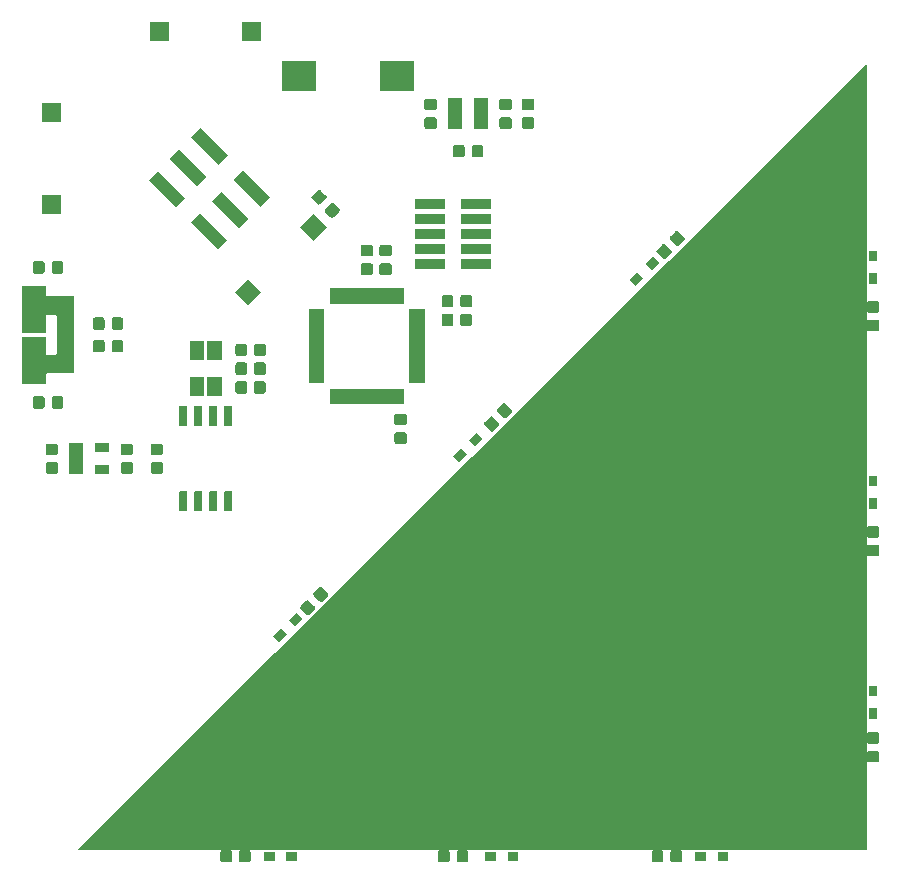
<source format=gbs>
G04 #@! TF.GenerationSoftware,KiCad,Pcbnew,(5.1.4)-1*
G04 #@! TF.CreationDate,2019-10-12T15:48:51-04:00*
G04 #@! TF.ProjectId,helvetica-sao,68656c76-6574-4696-9361-2d73616f2e6b,rev?*
G04 #@! TF.SameCoordinates,Original*
G04 #@! TF.FileFunction,Soldermask,Bot*
G04 #@! TF.FilePolarity,Negative*
%FSLAX46Y46*%
G04 Gerber Fmt 4.6, Leading zero omitted, Abs format (unit mm)*
G04 Created by KiCad (PCBNEW (5.1.4)-1) date 2019-10-12 15:48:51*
%MOMM*%
%LPD*%
G04 APERTURE LIST*
%ADD10C,0.100000*%
G04 APERTURE END LIST*
D10*
G36*
X167005000Y-121920000D02*
G01*
X100330000Y-121920000D01*
X167005000Y-55562500D01*
X167005000Y-121920000D01*
G37*
X167005000Y-121920000D02*
X100330000Y-121920000D01*
X167005000Y-55562500D01*
X167005000Y-121920000D01*
G36*
X151307091Y-122033085D02*
G01*
X151341069Y-122043393D01*
X151372390Y-122060134D01*
X151399839Y-122082661D01*
X151422366Y-122110110D01*
X151439107Y-122141431D01*
X151449415Y-122175409D01*
X151453500Y-122216890D01*
X151453500Y-122893110D01*
X151449415Y-122934591D01*
X151439107Y-122968569D01*
X151422366Y-122999890D01*
X151399839Y-123027339D01*
X151372390Y-123049866D01*
X151341069Y-123066607D01*
X151307091Y-123076915D01*
X151265610Y-123081000D01*
X150664390Y-123081000D01*
X150622909Y-123076915D01*
X150588931Y-123066607D01*
X150557610Y-123049866D01*
X150530161Y-123027339D01*
X150507634Y-122999890D01*
X150490893Y-122968569D01*
X150480585Y-122934591D01*
X150476500Y-122893110D01*
X150476500Y-122216890D01*
X150480585Y-122175409D01*
X150490893Y-122141431D01*
X150507634Y-122110110D01*
X150530161Y-122082661D01*
X150557610Y-122060134D01*
X150588931Y-122043393D01*
X150622909Y-122033085D01*
X150664390Y-122029000D01*
X151265610Y-122029000D01*
X151307091Y-122033085D01*
X151307091Y-122033085D01*
G37*
G36*
X149732091Y-122033085D02*
G01*
X149766069Y-122043393D01*
X149797390Y-122060134D01*
X149824839Y-122082661D01*
X149847366Y-122110110D01*
X149864107Y-122141431D01*
X149874415Y-122175409D01*
X149878500Y-122216890D01*
X149878500Y-122893110D01*
X149874415Y-122934591D01*
X149864107Y-122968569D01*
X149847366Y-122999890D01*
X149824839Y-123027339D01*
X149797390Y-123049866D01*
X149766069Y-123066607D01*
X149732091Y-123076915D01*
X149690610Y-123081000D01*
X149089390Y-123081000D01*
X149047909Y-123076915D01*
X149013931Y-123066607D01*
X148982610Y-123049866D01*
X148955161Y-123027339D01*
X148932634Y-122999890D01*
X148915893Y-122968569D01*
X148905585Y-122934591D01*
X148901500Y-122893110D01*
X148901500Y-122216890D01*
X148905585Y-122175409D01*
X148915893Y-122141431D01*
X148932634Y-122110110D01*
X148955161Y-122082661D01*
X148982610Y-122060134D01*
X149013931Y-122043393D01*
X149047909Y-122033085D01*
X149089390Y-122029000D01*
X149690610Y-122029000D01*
X149732091Y-122033085D01*
X149732091Y-122033085D01*
G37*
G36*
X113219591Y-122033085D02*
G01*
X113253569Y-122043393D01*
X113284890Y-122060134D01*
X113312339Y-122082661D01*
X113334866Y-122110110D01*
X113351607Y-122141431D01*
X113361915Y-122175409D01*
X113366000Y-122216890D01*
X113366000Y-122893110D01*
X113361915Y-122934591D01*
X113351607Y-122968569D01*
X113334866Y-122999890D01*
X113312339Y-123027339D01*
X113284890Y-123049866D01*
X113253569Y-123066607D01*
X113219591Y-123076915D01*
X113178110Y-123081000D01*
X112576890Y-123081000D01*
X112535409Y-123076915D01*
X112501431Y-123066607D01*
X112470110Y-123049866D01*
X112442661Y-123027339D01*
X112420134Y-122999890D01*
X112403393Y-122968569D01*
X112393085Y-122934591D01*
X112389000Y-122893110D01*
X112389000Y-122216890D01*
X112393085Y-122175409D01*
X112403393Y-122141431D01*
X112420134Y-122110110D01*
X112442661Y-122082661D01*
X112470110Y-122060134D01*
X112501431Y-122043393D01*
X112535409Y-122033085D01*
X112576890Y-122029000D01*
X113178110Y-122029000D01*
X113219591Y-122033085D01*
X113219591Y-122033085D01*
G37*
G36*
X114794591Y-122033085D02*
G01*
X114828569Y-122043393D01*
X114859890Y-122060134D01*
X114887339Y-122082661D01*
X114909866Y-122110110D01*
X114926607Y-122141431D01*
X114936915Y-122175409D01*
X114941000Y-122216890D01*
X114941000Y-122893110D01*
X114936915Y-122934591D01*
X114926607Y-122968569D01*
X114909866Y-122999890D01*
X114887339Y-123027339D01*
X114859890Y-123049866D01*
X114828569Y-123066607D01*
X114794591Y-123076915D01*
X114753110Y-123081000D01*
X114151890Y-123081000D01*
X114110409Y-123076915D01*
X114076431Y-123066607D01*
X114045110Y-123049866D01*
X114017661Y-123027339D01*
X113995134Y-122999890D01*
X113978393Y-122968569D01*
X113968085Y-122934591D01*
X113964000Y-122893110D01*
X113964000Y-122216890D01*
X113968085Y-122175409D01*
X113978393Y-122141431D01*
X113995134Y-122110110D01*
X114017661Y-122082661D01*
X114045110Y-122060134D01*
X114076431Y-122043393D01*
X114110409Y-122033085D01*
X114151890Y-122029000D01*
X114753110Y-122029000D01*
X114794591Y-122033085D01*
X114794591Y-122033085D01*
G37*
G36*
X131634591Y-122033085D02*
G01*
X131668569Y-122043393D01*
X131699890Y-122060134D01*
X131727339Y-122082661D01*
X131749866Y-122110110D01*
X131766607Y-122141431D01*
X131776915Y-122175409D01*
X131781000Y-122216890D01*
X131781000Y-122893110D01*
X131776915Y-122934591D01*
X131766607Y-122968569D01*
X131749866Y-122999890D01*
X131727339Y-123027339D01*
X131699890Y-123049866D01*
X131668569Y-123066607D01*
X131634591Y-123076915D01*
X131593110Y-123081000D01*
X130991890Y-123081000D01*
X130950409Y-123076915D01*
X130916431Y-123066607D01*
X130885110Y-123049866D01*
X130857661Y-123027339D01*
X130835134Y-122999890D01*
X130818393Y-122968569D01*
X130808085Y-122934591D01*
X130804000Y-122893110D01*
X130804000Y-122216890D01*
X130808085Y-122175409D01*
X130818393Y-122141431D01*
X130835134Y-122110110D01*
X130857661Y-122082661D01*
X130885110Y-122060134D01*
X130916431Y-122043393D01*
X130950409Y-122033085D01*
X130991890Y-122029000D01*
X131593110Y-122029000D01*
X131634591Y-122033085D01*
X131634591Y-122033085D01*
G37*
G36*
X133209591Y-122033085D02*
G01*
X133243569Y-122043393D01*
X133274890Y-122060134D01*
X133302339Y-122082661D01*
X133324866Y-122110110D01*
X133341607Y-122141431D01*
X133351915Y-122175409D01*
X133356000Y-122216890D01*
X133356000Y-122893110D01*
X133351915Y-122934591D01*
X133341607Y-122968569D01*
X133324866Y-122999890D01*
X133302339Y-123027339D01*
X133274890Y-123049866D01*
X133243569Y-123066607D01*
X133209591Y-123076915D01*
X133168110Y-123081000D01*
X132566890Y-123081000D01*
X132525409Y-123076915D01*
X132491431Y-123066607D01*
X132460110Y-123049866D01*
X132432661Y-123027339D01*
X132410134Y-122999890D01*
X132393393Y-122968569D01*
X132383085Y-122934591D01*
X132379000Y-122893110D01*
X132379000Y-122216890D01*
X132383085Y-122175409D01*
X132393393Y-122141431D01*
X132410134Y-122110110D01*
X132432661Y-122082661D01*
X132460110Y-122060134D01*
X132491431Y-122043393D01*
X132525409Y-122033085D01*
X132566890Y-122029000D01*
X133168110Y-122029000D01*
X133209591Y-122033085D01*
X133209591Y-122033085D01*
G37*
G36*
X135708500Y-122931000D02*
G01*
X134806500Y-122931000D01*
X134806500Y-122179000D01*
X135708500Y-122179000D01*
X135708500Y-122931000D01*
X135708500Y-122931000D01*
G37*
G36*
X155388500Y-122931000D02*
G01*
X154486500Y-122931000D01*
X154486500Y-122179000D01*
X155388500Y-122179000D01*
X155388500Y-122931000D01*
X155388500Y-122931000D01*
G37*
G36*
X153488500Y-122931000D02*
G01*
X152586500Y-122931000D01*
X152586500Y-122179000D01*
X153488500Y-122179000D01*
X153488500Y-122931000D01*
X153488500Y-122931000D01*
G37*
G36*
X137608500Y-122931000D02*
G01*
X136706500Y-122931000D01*
X136706500Y-122179000D01*
X137608500Y-122179000D01*
X137608500Y-122931000D01*
X137608500Y-122931000D01*
G37*
G36*
X118876000Y-122931000D02*
G01*
X117974000Y-122931000D01*
X117974000Y-122179000D01*
X118876000Y-122179000D01*
X118876000Y-122931000D01*
X118876000Y-122931000D01*
G37*
G36*
X116976000Y-122931000D02*
G01*
X116074000Y-122931000D01*
X116074000Y-122179000D01*
X116976000Y-122179000D01*
X116976000Y-122931000D01*
X116976000Y-122931000D01*
G37*
G36*
X168019591Y-113650585D02*
G01*
X168053569Y-113660893D01*
X168084890Y-113677634D01*
X168112339Y-113700161D01*
X168134866Y-113727610D01*
X168151607Y-113758931D01*
X168161915Y-113792909D01*
X168166000Y-113834390D01*
X168166000Y-114435610D01*
X168161915Y-114477091D01*
X168151607Y-114511069D01*
X168134866Y-114542390D01*
X168112339Y-114569839D01*
X168084890Y-114592366D01*
X168053569Y-114609107D01*
X168019591Y-114619415D01*
X167978110Y-114623500D01*
X167301890Y-114623500D01*
X167260409Y-114619415D01*
X167226431Y-114609107D01*
X167195110Y-114592366D01*
X167167661Y-114569839D01*
X167145134Y-114542390D01*
X167128393Y-114511069D01*
X167118085Y-114477091D01*
X167114000Y-114435610D01*
X167114000Y-113834390D01*
X167118085Y-113792909D01*
X167128393Y-113758931D01*
X167145134Y-113727610D01*
X167167661Y-113700161D01*
X167195110Y-113677634D01*
X167226431Y-113660893D01*
X167260409Y-113650585D01*
X167301890Y-113646500D01*
X167978110Y-113646500D01*
X168019591Y-113650585D01*
X168019591Y-113650585D01*
G37*
G36*
X168019591Y-112075585D02*
G01*
X168053569Y-112085893D01*
X168084890Y-112102634D01*
X168112339Y-112125161D01*
X168134866Y-112152610D01*
X168151607Y-112183931D01*
X168161915Y-112217909D01*
X168166000Y-112259390D01*
X168166000Y-112860610D01*
X168161915Y-112902091D01*
X168151607Y-112936069D01*
X168134866Y-112967390D01*
X168112339Y-112994839D01*
X168084890Y-113017366D01*
X168053569Y-113034107D01*
X168019591Y-113044415D01*
X167978110Y-113048500D01*
X167301890Y-113048500D01*
X167260409Y-113044415D01*
X167226431Y-113034107D01*
X167195110Y-113017366D01*
X167167661Y-112994839D01*
X167145134Y-112967390D01*
X167128393Y-112936069D01*
X167118085Y-112902091D01*
X167114000Y-112860610D01*
X167114000Y-112259390D01*
X167118085Y-112217909D01*
X167128393Y-112183931D01*
X167145134Y-112152610D01*
X167167661Y-112125161D01*
X167195110Y-112102634D01*
X167226431Y-112085893D01*
X167260409Y-112075585D01*
X167301890Y-112071500D01*
X167978110Y-112071500D01*
X168019591Y-112075585D01*
X168019591Y-112075585D01*
G37*
G36*
X168016000Y-110938500D02*
G01*
X167264000Y-110938500D01*
X167264000Y-110036500D01*
X168016000Y-110036500D01*
X168016000Y-110938500D01*
X168016000Y-110938500D01*
G37*
G36*
X168016000Y-109038500D02*
G01*
X167264000Y-109038500D01*
X167264000Y-108136500D01*
X168016000Y-108136500D01*
X168016000Y-109038500D01*
X168016000Y-109038500D01*
G37*
G36*
X118023026Y-103806218D02*
G01*
X117385216Y-104444028D01*
X116853472Y-103912284D01*
X117491282Y-103274474D01*
X118023026Y-103806218D01*
X118023026Y-103806218D01*
G37*
G36*
X119366528Y-102462716D02*
G01*
X118728718Y-103100526D01*
X118196974Y-102568782D01*
X118834784Y-101930972D01*
X119366528Y-102462716D01*
X119366528Y-102462716D01*
G37*
G36*
X119784477Y-100883855D02*
G01*
X119818455Y-100894163D01*
X119849776Y-100910904D01*
X119881990Y-100937342D01*
X119921841Y-100977193D01*
X119921847Y-100977198D01*
X120320302Y-101375653D01*
X120320307Y-101375659D01*
X120360158Y-101415510D01*
X120386596Y-101447724D01*
X120403337Y-101479045D01*
X120413645Y-101513023D01*
X120417125Y-101548364D01*
X120413645Y-101583705D01*
X120403337Y-101617683D01*
X120386596Y-101649004D01*
X120360158Y-101681218D01*
X120320307Y-101721069D01*
X120320302Y-101721075D01*
X119974881Y-102066496D01*
X119974875Y-102066501D01*
X119935024Y-102106352D01*
X119902810Y-102132790D01*
X119871489Y-102149531D01*
X119837511Y-102159839D01*
X119802170Y-102163319D01*
X119766829Y-102159839D01*
X119732851Y-102149531D01*
X119701530Y-102132790D01*
X119669316Y-102106352D01*
X119629465Y-102066501D01*
X119629459Y-102066496D01*
X119231004Y-101668041D01*
X119230999Y-101668035D01*
X119191148Y-101628184D01*
X119164710Y-101595970D01*
X119147969Y-101564649D01*
X119137661Y-101530671D01*
X119134181Y-101495330D01*
X119137661Y-101459989D01*
X119147969Y-101426011D01*
X119164710Y-101394690D01*
X119191148Y-101362476D01*
X119230999Y-101322625D01*
X119231004Y-101322619D01*
X119576425Y-100977198D01*
X119576431Y-100977193D01*
X119616282Y-100937342D01*
X119648496Y-100910904D01*
X119679817Y-100894163D01*
X119713795Y-100883855D01*
X119749136Y-100880375D01*
X119784477Y-100883855D01*
X119784477Y-100883855D01*
G37*
G36*
X120898171Y-99770161D02*
G01*
X120932149Y-99780469D01*
X120963470Y-99797210D01*
X120995684Y-99823648D01*
X121035535Y-99863499D01*
X121035541Y-99863504D01*
X121433996Y-100261959D01*
X121434001Y-100261965D01*
X121473852Y-100301816D01*
X121500290Y-100334030D01*
X121517031Y-100365351D01*
X121527339Y-100399329D01*
X121530819Y-100434670D01*
X121527339Y-100470011D01*
X121517031Y-100503989D01*
X121500290Y-100535310D01*
X121473852Y-100567524D01*
X121434001Y-100607375D01*
X121433996Y-100607381D01*
X121088575Y-100952802D01*
X121088569Y-100952807D01*
X121048718Y-100992658D01*
X121016504Y-101019096D01*
X120985183Y-101035837D01*
X120951205Y-101046145D01*
X120915864Y-101049625D01*
X120880523Y-101046145D01*
X120846545Y-101035837D01*
X120815224Y-101019096D01*
X120783010Y-100992658D01*
X120743159Y-100952807D01*
X120743153Y-100952802D01*
X120344698Y-100554347D01*
X120344693Y-100554341D01*
X120304842Y-100514490D01*
X120278404Y-100482276D01*
X120261663Y-100450955D01*
X120251355Y-100416977D01*
X120247875Y-100381636D01*
X120251355Y-100346295D01*
X120261663Y-100312317D01*
X120278404Y-100280996D01*
X120304842Y-100248782D01*
X120344693Y-100208931D01*
X120344698Y-100208925D01*
X120690119Y-99863504D01*
X120690125Y-99863499D01*
X120729976Y-99823648D01*
X120762190Y-99797210D01*
X120793511Y-99780469D01*
X120827489Y-99770161D01*
X120862830Y-99766681D01*
X120898171Y-99770161D01*
X120898171Y-99770161D01*
G37*
G36*
X168019591Y-96188085D02*
G01*
X168053569Y-96198393D01*
X168084890Y-96215134D01*
X168112339Y-96237661D01*
X168134866Y-96265110D01*
X168151607Y-96296431D01*
X168161915Y-96330409D01*
X168166000Y-96371890D01*
X168166000Y-96973110D01*
X168161915Y-97014591D01*
X168151607Y-97048569D01*
X168134866Y-97079890D01*
X168112339Y-97107339D01*
X168084890Y-97129866D01*
X168053569Y-97146607D01*
X168019591Y-97156915D01*
X167978110Y-97161000D01*
X167301890Y-97161000D01*
X167260409Y-97156915D01*
X167226431Y-97146607D01*
X167195110Y-97129866D01*
X167167661Y-97107339D01*
X167145134Y-97079890D01*
X167128393Y-97048569D01*
X167118085Y-97014591D01*
X167114000Y-96973110D01*
X167114000Y-96371890D01*
X167118085Y-96330409D01*
X167128393Y-96296431D01*
X167145134Y-96265110D01*
X167167661Y-96237661D01*
X167195110Y-96215134D01*
X167226431Y-96198393D01*
X167260409Y-96188085D01*
X167301890Y-96184000D01*
X167978110Y-96184000D01*
X168019591Y-96188085D01*
X168019591Y-96188085D01*
G37*
G36*
X168019591Y-94613085D02*
G01*
X168053569Y-94623393D01*
X168084890Y-94640134D01*
X168112339Y-94662661D01*
X168134866Y-94690110D01*
X168151607Y-94721431D01*
X168161915Y-94755409D01*
X168166000Y-94796890D01*
X168166000Y-95398110D01*
X168161915Y-95439591D01*
X168151607Y-95473569D01*
X168134866Y-95504890D01*
X168112339Y-95532339D01*
X168084890Y-95554866D01*
X168053569Y-95571607D01*
X168019591Y-95581915D01*
X167978110Y-95586000D01*
X167301890Y-95586000D01*
X167260409Y-95581915D01*
X167226431Y-95571607D01*
X167195110Y-95554866D01*
X167167661Y-95532339D01*
X167145134Y-95504890D01*
X167128393Y-95473569D01*
X167118085Y-95439591D01*
X167114000Y-95398110D01*
X167114000Y-94796890D01*
X167118085Y-94755409D01*
X167128393Y-94721431D01*
X167145134Y-94690110D01*
X167167661Y-94662661D01*
X167195110Y-94640134D01*
X167226431Y-94623393D01*
X167260409Y-94613085D01*
X167301890Y-94609000D01*
X167978110Y-94609000D01*
X168019591Y-94613085D01*
X168019591Y-94613085D01*
G37*
G36*
X113289928Y-91651764D02*
G01*
X113311009Y-91658160D01*
X113330445Y-91668548D01*
X113347476Y-91682524D01*
X113361452Y-91699555D01*
X113371840Y-91718991D01*
X113378236Y-91740072D01*
X113381000Y-91768140D01*
X113381000Y-93231860D01*
X113378236Y-93259928D01*
X113371840Y-93281009D01*
X113361452Y-93300445D01*
X113347476Y-93317476D01*
X113330445Y-93331452D01*
X113311009Y-93341840D01*
X113289928Y-93348236D01*
X113261860Y-93351000D01*
X112798140Y-93351000D01*
X112770072Y-93348236D01*
X112748991Y-93341840D01*
X112729555Y-93331452D01*
X112712524Y-93317476D01*
X112698548Y-93300445D01*
X112688160Y-93281009D01*
X112681764Y-93259928D01*
X112679000Y-93231860D01*
X112679000Y-91768140D01*
X112681764Y-91740072D01*
X112688160Y-91718991D01*
X112698548Y-91699555D01*
X112712524Y-91682524D01*
X112729555Y-91668548D01*
X112748991Y-91658160D01*
X112770072Y-91651764D01*
X112798140Y-91649000D01*
X113261860Y-91649000D01*
X113289928Y-91651764D01*
X113289928Y-91651764D01*
G37*
G36*
X112019928Y-91651764D02*
G01*
X112041009Y-91658160D01*
X112060445Y-91668548D01*
X112077476Y-91682524D01*
X112091452Y-91699555D01*
X112101840Y-91718991D01*
X112108236Y-91740072D01*
X112111000Y-91768140D01*
X112111000Y-93231860D01*
X112108236Y-93259928D01*
X112101840Y-93281009D01*
X112091452Y-93300445D01*
X112077476Y-93317476D01*
X112060445Y-93331452D01*
X112041009Y-93341840D01*
X112019928Y-93348236D01*
X111991860Y-93351000D01*
X111528140Y-93351000D01*
X111500072Y-93348236D01*
X111478991Y-93341840D01*
X111459555Y-93331452D01*
X111442524Y-93317476D01*
X111428548Y-93300445D01*
X111418160Y-93281009D01*
X111411764Y-93259928D01*
X111409000Y-93231860D01*
X111409000Y-91768140D01*
X111411764Y-91740072D01*
X111418160Y-91718991D01*
X111428548Y-91699555D01*
X111442524Y-91682524D01*
X111459555Y-91668548D01*
X111478991Y-91658160D01*
X111500072Y-91651764D01*
X111528140Y-91649000D01*
X111991860Y-91649000D01*
X112019928Y-91651764D01*
X112019928Y-91651764D01*
G37*
G36*
X110749928Y-91651764D02*
G01*
X110771009Y-91658160D01*
X110790445Y-91668548D01*
X110807476Y-91682524D01*
X110821452Y-91699555D01*
X110831840Y-91718991D01*
X110838236Y-91740072D01*
X110841000Y-91768140D01*
X110841000Y-93231860D01*
X110838236Y-93259928D01*
X110831840Y-93281009D01*
X110821452Y-93300445D01*
X110807476Y-93317476D01*
X110790445Y-93331452D01*
X110771009Y-93341840D01*
X110749928Y-93348236D01*
X110721860Y-93351000D01*
X110258140Y-93351000D01*
X110230072Y-93348236D01*
X110208991Y-93341840D01*
X110189555Y-93331452D01*
X110172524Y-93317476D01*
X110158548Y-93300445D01*
X110148160Y-93281009D01*
X110141764Y-93259928D01*
X110139000Y-93231860D01*
X110139000Y-91768140D01*
X110141764Y-91740072D01*
X110148160Y-91718991D01*
X110158548Y-91699555D01*
X110172524Y-91682524D01*
X110189555Y-91668548D01*
X110208991Y-91658160D01*
X110230072Y-91651764D01*
X110258140Y-91649000D01*
X110721860Y-91649000D01*
X110749928Y-91651764D01*
X110749928Y-91651764D01*
G37*
G36*
X109479928Y-91651764D02*
G01*
X109501009Y-91658160D01*
X109520445Y-91668548D01*
X109537476Y-91682524D01*
X109551452Y-91699555D01*
X109561840Y-91718991D01*
X109568236Y-91740072D01*
X109571000Y-91768140D01*
X109571000Y-93231860D01*
X109568236Y-93259928D01*
X109561840Y-93281009D01*
X109551452Y-93300445D01*
X109537476Y-93317476D01*
X109520445Y-93331452D01*
X109501009Y-93341840D01*
X109479928Y-93348236D01*
X109451860Y-93351000D01*
X108988140Y-93351000D01*
X108960072Y-93348236D01*
X108938991Y-93341840D01*
X108919555Y-93331452D01*
X108902524Y-93317476D01*
X108888548Y-93300445D01*
X108878160Y-93281009D01*
X108871764Y-93259928D01*
X108869000Y-93231860D01*
X108869000Y-91768140D01*
X108871764Y-91740072D01*
X108878160Y-91718991D01*
X108888548Y-91699555D01*
X108902524Y-91682524D01*
X108919555Y-91668548D01*
X108938991Y-91658160D01*
X108960072Y-91651764D01*
X108988140Y-91649000D01*
X109451860Y-91649000D01*
X109479928Y-91651764D01*
X109479928Y-91651764D01*
G37*
G36*
X168016000Y-93158500D02*
G01*
X167264000Y-93158500D01*
X167264000Y-92256500D01*
X168016000Y-92256500D01*
X168016000Y-93158500D01*
X168016000Y-93158500D01*
G37*
G36*
X168016000Y-91258500D02*
G01*
X167264000Y-91258500D01*
X167264000Y-90356500D01*
X168016000Y-90356500D01*
X168016000Y-91258500D01*
X168016000Y-91258500D01*
G37*
G36*
X102963500Y-90226000D02*
G01*
X101801500Y-90226000D01*
X101801500Y-89474000D01*
X102963500Y-89474000D01*
X102963500Y-90226000D01*
X102963500Y-90226000D01*
G37*
G36*
X100763500Y-90226000D02*
G01*
X99601500Y-90226000D01*
X99601500Y-87574000D01*
X100763500Y-87574000D01*
X100763500Y-90226000D01*
X100763500Y-90226000D01*
G37*
G36*
X104837091Y-89203085D02*
G01*
X104871069Y-89213393D01*
X104902390Y-89230134D01*
X104929839Y-89252661D01*
X104952366Y-89280110D01*
X104969107Y-89311431D01*
X104979415Y-89345409D01*
X104983500Y-89386890D01*
X104983500Y-89988110D01*
X104979415Y-90029591D01*
X104969107Y-90063569D01*
X104952366Y-90094890D01*
X104929839Y-90122339D01*
X104902390Y-90144866D01*
X104871069Y-90161607D01*
X104837091Y-90171915D01*
X104795610Y-90176000D01*
X104119390Y-90176000D01*
X104077909Y-90171915D01*
X104043931Y-90161607D01*
X104012610Y-90144866D01*
X103985161Y-90122339D01*
X103962634Y-90094890D01*
X103945893Y-90063569D01*
X103935585Y-90029591D01*
X103931500Y-89988110D01*
X103931500Y-89386890D01*
X103935585Y-89345409D01*
X103945893Y-89311431D01*
X103962634Y-89280110D01*
X103985161Y-89252661D01*
X104012610Y-89230134D01*
X104043931Y-89213393D01*
X104077909Y-89203085D01*
X104119390Y-89199000D01*
X104795610Y-89199000D01*
X104837091Y-89203085D01*
X104837091Y-89203085D01*
G37*
G36*
X107377091Y-89203085D02*
G01*
X107411069Y-89213393D01*
X107442390Y-89230134D01*
X107469839Y-89252661D01*
X107492366Y-89280110D01*
X107509107Y-89311431D01*
X107519415Y-89345409D01*
X107523500Y-89386890D01*
X107523500Y-89988110D01*
X107519415Y-90029591D01*
X107509107Y-90063569D01*
X107492366Y-90094890D01*
X107469839Y-90122339D01*
X107442390Y-90144866D01*
X107411069Y-90161607D01*
X107377091Y-90171915D01*
X107335610Y-90176000D01*
X106659390Y-90176000D01*
X106617909Y-90171915D01*
X106583931Y-90161607D01*
X106552610Y-90144866D01*
X106525161Y-90122339D01*
X106502634Y-90094890D01*
X106485893Y-90063569D01*
X106475585Y-90029591D01*
X106471500Y-89988110D01*
X106471500Y-89386890D01*
X106475585Y-89345409D01*
X106485893Y-89311431D01*
X106502634Y-89280110D01*
X106525161Y-89252661D01*
X106552610Y-89230134D01*
X106583931Y-89213393D01*
X106617909Y-89203085D01*
X106659390Y-89199000D01*
X107335610Y-89199000D01*
X107377091Y-89203085D01*
X107377091Y-89203085D01*
G37*
G36*
X98487091Y-89203085D02*
G01*
X98521069Y-89213393D01*
X98552390Y-89230134D01*
X98579839Y-89252661D01*
X98602366Y-89280110D01*
X98619107Y-89311431D01*
X98629415Y-89345409D01*
X98633500Y-89386890D01*
X98633500Y-89988110D01*
X98629415Y-90029591D01*
X98619107Y-90063569D01*
X98602366Y-90094890D01*
X98579839Y-90122339D01*
X98552390Y-90144866D01*
X98521069Y-90161607D01*
X98487091Y-90171915D01*
X98445610Y-90176000D01*
X97769390Y-90176000D01*
X97727909Y-90171915D01*
X97693931Y-90161607D01*
X97662610Y-90144866D01*
X97635161Y-90122339D01*
X97612634Y-90094890D01*
X97595893Y-90063569D01*
X97585585Y-90029591D01*
X97581500Y-89988110D01*
X97581500Y-89386890D01*
X97585585Y-89345409D01*
X97595893Y-89311431D01*
X97612634Y-89280110D01*
X97635161Y-89252661D01*
X97662610Y-89230134D01*
X97693931Y-89213393D01*
X97727909Y-89203085D01*
X97769390Y-89199000D01*
X98445610Y-89199000D01*
X98487091Y-89203085D01*
X98487091Y-89203085D01*
G37*
G36*
X133263026Y-88566218D02*
G01*
X132625216Y-89204028D01*
X132093472Y-88672284D01*
X132731282Y-88034474D01*
X133263026Y-88566218D01*
X133263026Y-88566218D01*
G37*
G36*
X107377091Y-87628085D02*
G01*
X107411069Y-87638393D01*
X107442390Y-87655134D01*
X107469839Y-87677661D01*
X107492366Y-87705110D01*
X107509107Y-87736431D01*
X107519415Y-87770409D01*
X107523500Y-87811890D01*
X107523500Y-88413110D01*
X107519415Y-88454591D01*
X107509107Y-88488569D01*
X107492366Y-88519890D01*
X107469839Y-88547339D01*
X107442390Y-88569866D01*
X107411069Y-88586607D01*
X107377091Y-88596915D01*
X107335610Y-88601000D01*
X106659390Y-88601000D01*
X106617909Y-88596915D01*
X106583931Y-88586607D01*
X106552610Y-88569866D01*
X106525161Y-88547339D01*
X106502634Y-88519890D01*
X106485893Y-88488569D01*
X106475585Y-88454591D01*
X106471500Y-88413110D01*
X106471500Y-87811890D01*
X106475585Y-87770409D01*
X106485893Y-87736431D01*
X106502634Y-87705110D01*
X106525161Y-87677661D01*
X106552610Y-87655134D01*
X106583931Y-87638393D01*
X106617909Y-87628085D01*
X106659390Y-87624000D01*
X107335610Y-87624000D01*
X107377091Y-87628085D01*
X107377091Y-87628085D01*
G37*
G36*
X98487091Y-87628085D02*
G01*
X98521069Y-87638393D01*
X98552390Y-87655134D01*
X98579839Y-87677661D01*
X98602366Y-87705110D01*
X98619107Y-87736431D01*
X98629415Y-87770409D01*
X98633500Y-87811890D01*
X98633500Y-88413110D01*
X98629415Y-88454591D01*
X98619107Y-88488569D01*
X98602366Y-88519890D01*
X98579839Y-88547339D01*
X98552390Y-88569866D01*
X98521069Y-88586607D01*
X98487091Y-88596915D01*
X98445610Y-88601000D01*
X97769390Y-88601000D01*
X97727909Y-88596915D01*
X97693931Y-88586607D01*
X97662610Y-88569866D01*
X97635161Y-88547339D01*
X97612634Y-88519890D01*
X97595893Y-88488569D01*
X97585585Y-88454591D01*
X97581500Y-88413110D01*
X97581500Y-87811890D01*
X97585585Y-87770409D01*
X97595893Y-87736431D01*
X97612634Y-87705110D01*
X97635161Y-87677661D01*
X97662610Y-87655134D01*
X97693931Y-87638393D01*
X97727909Y-87628085D01*
X97769390Y-87624000D01*
X98445610Y-87624000D01*
X98487091Y-87628085D01*
X98487091Y-87628085D01*
G37*
G36*
X104837091Y-87628085D02*
G01*
X104871069Y-87638393D01*
X104902390Y-87655134D01*
X104929839Y-87677661D01*
X104952366Y-87705110D01*
X104969107Y-87736431D01*
X104979415Y-87770409D01*
X104983500Y-87811890D01*
X104983500Y-88413110D01*
X104979415Y-88454591D01*
X104969107Y-88488569D01*
X104952366Y-88519890D01*
X104929839Y-88547339D01*
X104902390Y-88569866D01*
X104871069Y-88586607D01*
X104837091Y-88596915D01*
X104795610Y-88601000D01*
X104119390Y-88601000D01*
X104077909Y-88596915D01*
X104043931Y-88586607D01*
X104012610Y-88569866D01*
X103985161Y-88547339D01*
X103962634Y-88519890D01*
X103945893Y-88488569D01*
X103935585Y-88454591D01*
X103931500Y-88413110D01*
X103931500Y-87811890D01*
X103935585Y-87770409D01*
X103945893Y-87736431D01*
X103962634Y-87705110D01*
X103985161Y-87677661D01*
X104012610Y-87655134D01*
X104043931Y-87638393D01*
X104077909Y-87628085D01*
X104119390Y-87624000D01*
X104795610Y-87624000D01*
X104837091Y-87628085D01*
X104837091Y-87628085D01*
G37*
G36*
X102963500Y-88326000D02*
G01*
X101801500Y-88326000D01*
X101801500Y-87574000D01*
X102963500Y-87574000D01*
X102963500Y-88326000D01*
X102963500Y-88326000D01*
G37*
G36*
X134606528Y-87222716D02*
G01*
X133968718Y-87860526D01*
X133436974Y-87328782D01*
X134074784Y-86690972D01*
X134606528Y-87222716D01*
X134606528Y-87222716D01*
G37*
G36*
X128014591Y-86663085D02*
G01*
X128048569Y-86673393D01*
X128079890Y-86690134D01*
X128107339Y-86712661D01*
X128129866Y-86740110D01*
X128146607Y-86771431D01*
X128156915Y-86805409D01*
X128161000Y-86846890D01*
X128161000Y-87448110D01*
X128156915Y-87489591D01*
X128146607Y-87523569D01*
X128129866Y-87554890D01*
X128107339Y-87582339D01*
X128079890Y-87604866D01*
X128048569Y-87621607D01*
X128014591Y-87631915D01*
X127973110Y-87636000D01*
X127296890Y-87636000D01*
X127255409Y-87631915D01*
X127221431Y-87621607D01*
X127190110Y-87604866D01*
X127162661Y-87582339D01*
X127140134Y-87554890D01*
X127123393Y-87523569D01*
X127113085Y-87489591D01*
X127109000Y-87448110D01*
X127109000Y-86846890D01*
X127113085Y-86805409D01*
X127123393Y-86771431D01*
X127140134Y-86740110D01*
X127162661Y-86712661D01*
X127190110Y-86690134D01*
X127221431Y-86673393D01*
X127255409Y-86663085D01*
X127296890Y-86659000D01*
X127973110Y-86659000D01*
X128014591Y-86663085D01*
X128014591Y-86663085D01*
G37*
G36*
X135341977Y-85326355D02*
G01*
X135375955Y-85336663D01*
X135407276Y-85353404D01*
X135439490Y-85379842D01*
X135479341Y-85419693D01*
X135479347Y-85419698D01*
X135877802Y-85818153D01*
X135877807Y-85818159D01*
X135917658Y-85858010D01*
X135944096Y-85890224D01*
X135960837Y-85921545D01*
X135971145Y-85955523D01*
X135974625Y-85990864D01*
X135971145Y-86026205D01*
X135960837Y-86060183D01*
X135944096Y-86091504D01*
X135917658Y-86123718D01*
X135877807Y-86163569D01*
X135877802Y-86163575D01*
X135532381Y-86508996D01*
X135532375Y-86509001D01*
X135492524Y-86548852D01*
X135460310Y-86575290D01*
X135428989Y-86592031D01*
X135395011Y-86602339D01*
X135359670Y-86605819D01*
X135324329Y-86602339D01*
X135290351Y-86592031D01*
X135259030Y-86575290D01*
X135226816Y-86548852D01*
X135186965Y-86509001D01*
X135186959Y-86508996D01*
X134788504Y-86110541D01*
X134788499Y-86110535D01*
X134748648Y-86070684D01*
X134722210Y-86038470D01*
X134705469Y-86007149D01*
X134695161Y-85973171D01*
X134691681Y-85937830D01*
X134695161Y-85902489D01*
X134705469Y-85868511D01*
X134722210Y-85837190D01*
X134748648Y-85804976D01*
X134788499Y-85765125D01*
X134788504Y-85765119D01*
X135133925Y-85419698D01*
X135133931Y-85419693D01*
X135173782Y-85379842D01*
X135205996Y-85353404D01*
X135237317Y-85336663D01*
X135271295Y-85326355D01*
X135306636Y-85322875D01*
X135341977Y-85326355D01*
X135341977Y-85326355D01*
G37*
G36*
X112019928Y-84451764D02*
G01*
X112041009Y-84458160D01*
X112060445Y-84468548D01*
X112077476Y-84482524D01*
X112091452Y-84499555D01*
X112101840Y-84518991D01*
X112108236Y-84540072D01*
X112111000Y-84568140D01*
X112111000Y-86031860D01*
X112108236Y-86059928D01*
X112101840Y-86081009D01*
X112091452Y-86100445D01*
X112077476Y-86117476D01*
X112060445Y-86131452D01*
X112041009Y-86141840D01*
X112019928Y-86148236D01*
X111991860Y-86151000D01*
X111528140Y-86151000D01*
X111500072Y-86148236D01*
X111478991Y-86141840D01*
X111459555Y-86131452D01*
X111442524Y-86117476D01*
X111428548Y-86100445D01*
X111418160Y-86081009D01*
X111411764Y-86059928D01*
X111409000Y-86031860D01*
X111409000Y-84568140D01*
X111411764Y-84540072D01*
X111418160Y-84518991D01*
X111428548Y-84499555D01*
X111442524Y-84482524D01*
X111459555Y-84468548D01*
X111478991Y-84458160D01*
X111500072Y-84451764D01*
X111528140Y-84449000D01*
X111991860Y-84449000D01*
X112019928Y-84451764D01*
X112019928Y-84451764D01*
G37*
G36*
X109479928Y-84451764D02*
G01*
X109501009Y-84458160D01*
X109520445Y-84468548D01*
X109537476Y-84482524D01*
X109551452Y-84499555D01*
X109561840Y-84518991D01*
X109568236Y-84540072D01*
X109571000Y-84568140D01*
X109571000Y-86031860D01*
X109568236Y-86059928D01*
X109561840Y-86081009D01*
X109551452Y-86100445D01*
X109537476Y-86117476D01*
X109520445Y-86131452D01*
X109501009Y-86141840D01*
X109479928Y-86148236D01*
X109451860Y-86151000D01*
X108988140Y-86151000D01*
X108960072Y-86148236D01*
X108938991Y-86141840D01*
X108919555Y-86131452D01*
X108902524Y-86117476D01*
X108888548Y-86100445D01*
X108878160Y-86081009D01*
X108871764Y-86059928D01*
X108869000Y-86031860D01*
X108869000Y-84568140D01*
X108871764Y-84540072D01*
X108878160Y-84518991D01*
X108888548Y-84499555D01*
X108902524Y-84482524D01*
X108919555Y-84468548D01*
X108938991Y-84458160D01*
X108960072Y-84451764D01*
X108988140Y-84449000D01*
X109451860Y-84449000D01*
X109479928Y-84451764D01*
X109479928Y-84451764D01*
G37*
G36*
X113289928Y-84451764D02*
G01*
X113311009Y-84458160D01*
X113330445Y-84468548D01*
X113347476Y-84482524D01*
X113361452Y-84499555D01*
X113371840Y-84518991D01*
X113378236Y-84540072D01*
X113381000Y-84568140D01*
X113381000Y-86031860D01*
X113378236Y-86059928D01*
X113371840Y-86081009D01*
X113361452Y-86100445D01*
X113347476Y-86117476D01*
X113330445Y-86131452D01*
X113311009Y-86141840D01*
X113289928Y-86148236D01*
X113261860Y-86151000D01*
X112798140Y-86151000D01*
X112770072Y-86148236D01*
X112748991Y-86141840D01*
X112729555Y-86131452D01*
X112712524Y-86117476D01*
X112698548Y-86100445D01*
X112688160Y-86081009D01*
X112681764Y-86059928D01*
X112679000Y-86031860D01*
X112679000Y-84568140D01*
X112681764Y-84540072D01*
X112688160Y-84518991D01*
X112698548Y-84499555D01*
X112712524Y-84482524D01*
X112729555Y-84468548D01*
X112748991Y-84458160D01*
X112770072Y-84451764D01*
X112798140Y-84449000D01*
X113261860Y-84449000D01*
X113289928Y-84451764D01*
X113289928Y-84451764D01*
G37*
G36*
X110749928Y-84451764D02*
G01*
X110771009Y-84458160D01*
X110790445Y-84468548D01*
X110807476Y-84482524D01*
X110821452Y-84499555D01*
X110831840Y-84518991D01*
X110838236Y-84540072D01*
X110841000Y-84568140D01*
X110841000Y-86031860D01*
X110838236Y-86059928D01*
X110831840Y-86081009D01*
X110821452Y-86100445D01*
X110807476Y-86117476D01*
X110790445Y-86131452D01*
X110771009Y-86141840D01*
X110749928Y-86148236D01*
X110721860Y-86151000D01*
X110258140Y-86151000D01*
X110230072Y-86148236D01*
X110208991Y-86141840D01*
X110189555Y-86131452D01*
X110172524Y-86117476D01*
X110158548Y-86100445D01*
X110148160Y-86081009D01*
X110141764Y-86059928D01*
X110139000Y-86031860D01*
X110139000Y-84568140D01*
X110141764Y-84540072D01*
X110148160Y-84518991D01*
X110158548Y-84499555D01*
X110172524Y-84482524D01*
X110189555Y-84468548D01*
X110208991Y-84458160D01*
X110230072Y-84451764D01*
X110258140Y-84449000D01*
X110721860Y-84449000D01*
X110749928Y-84451764D01*
X110749928Y-84451764D01*
G37*
G36*
X128014591Y-85088085D02*
G01*
X128048569Y-85098393D01*
X128079890Y-85115134D01*
X128107339Y-85137661D01*
X128129866Y-85165110D01*
X128146607Y-85196431D01*
X128156915Y-85230409D01*
X128161000Y-85271890D01*
X128161000Y-85873110D01*
X128156915Y-85914591D01*
X128146607Y-85948569D01*
X128129866Y-85979890D01*
X128107339Y-86007339D01*
X128079890Y-86029866D01*
X128048569Y-86046607D01*
X128014591Y-86056915D01*
X127973110Y-86061000D01*
X127296890Y-86061000D01*
X127255409Y-86056915D01*
X127221431Y-86046607D01*
X127190110Y-86029866D01*
X127162661Y-86007339D01*
X127140134Y-85979890D01*
X127123393Y-85948569D01*
X127113085Y-85914591D01*
X127109000Y-85873110D01*
X127109000Y-85271890D01*
X127113085Y-85230409D01*
X127123393Y-85196431D01*
X127140134Y-85165110D01*
X127162661Y-85137661D01*
X127190110Y-85115134D01*
X127221431Y-85098393D01*
X127255409Y-85088085D01*
X127296890Y-85084000D01*
X127973110Y-85084000D01*
X128014591Y-85088085D01*
X128014591Y-85088085D01*
G37*
G36*
X136455671Y-84212661D02*
G01*
X136489649Y-84222969D01*
X136520970Y-84239710D01*
X136553184Y-84266148D01*
X136593035Y-84305999D01*
X136593041Y-84306004D01*
X136991496Y-84704459D01*
X136991501Y-84704465D01*
X137031352Y-84744316D01*
X137057790Y-84776530D01*
X137074531Y-84807851D01*
X137084839Y-84841829D01*
X137088319Y-84877170D01*
X137084839Y-84912511D01*
X137074531Y-84946489D01*
X137057790Y-84977810D01*
X137031352Y-85010024D01*
X136991501Y-85049875D01*
X136991496Y-85049881D01*
X136646075Y-85395302D01*
X136646069Y-85395307D01*
X136606218Y-85435158D01*
X136574004Y-85461596D01*
X136542683Y-85478337D01*
X136508705Y-85488645D01*
X136473364Y-85492125D01*
X136438023Y-85488645D01*
X136404045Y-85478337D01*
X136372724Y-85461596D01*
X136340510Y-85435158D01*
X136300659Y-85395307D01*
X136300653Y-85395302D01*
X135902198Y-84996847D01*
X135902193Y-84996841D01*
X135862342Y-84956990D01*
X135835904Y-84924776D01*
X135819163Y-84893455D01*
X135808855Y-84859477D01*
X135805375Y-84824136D01*
X135808855Y-84788795D01*
X135819163Y-84754817D01*
X135835904Y-84723496D01*
X135862342Y-84691282D01*
X135902193Y-84651431D01*
X135902198Y-84651425D01*
X136247619Y-84306004D01*
X136247625Y-84305999D01*
X136287476Y-84266148D01*
X136319690Y-84239710D01*
X136351011Y-84222969D01*
X136384989Y-84212661D01*
X136420330Y-84209181D01*
X136455671Y-84212661D01*
X136455671Y-84212661D01*
G37*
G36*
X97344591Y-83615585D02*
G01*
X97378569Y-83625893D01*
X97409890Y-83642634D01*
X97437339Y-83665161D01*
X97459866Y-83692610D01*
X97476607Y-83723931D01*
X97486915Y-83757909D01*
X97491000Y-83799390D01*
X97491000Y-84475610D01*
X97486915Y-84517091D01*
X97476607Y-84551069D01*
X97459866Y-84582390D01*
X97437339Y-84609839D01*
X97409890Y-84632366D01*
X97378569Y-84649107D01*
X97344591Y-84659415D01*
X97303110Y-84663500D01*
X96701890Y-84663500D01*
X96660409Y-84659415D01*
X96626431Y-84649107D01*
X96595110Y-84632366D01*
X96567661Y-84609839D01*
X96545134Y-84582390D01*
X96528393Y-84551069D01*
X96518085Y-84517091D01*
X96514000Y-84475610D01*
X96514000Y-83799390D01*
X96518085Y-83757909D01*
X96528393Y-83723931D01*
X96545134Y-83692610D01*
X96567661Y-83665161D01*
X96595110Y-83642634D01*
X96626431Y-83625893D01*
X96660409Y-83615585D01*
X96701890Y-83611500D01*
X97303110Y-83611500D01*
X97344591Y-83615585D01*
X97344591Y-83615585D01*
G37*
G36*
X98919591Y-83615585D02*
G01*
X98953569Y-83625893D01*
X98984890Y-83642634D01*
X99012339Y-83665161D01*
X99034866Y-83692610D01*
X99051607Y-83723931D01*
X99061915Y-83757909D01*
X99066000Y-83799390D01*
X99066000Y-84475610D01*
X99061915Y-84517091D01*
X99051607Y-84551069D01*
X99034866Y-84582390D01*
X99012339Y-84609839D01*
X98984890Y-84632366D01*
X98953569Y-84649107D01*
X98919591Y-84659415D01*
X98878110Y-84663500D01*
X98276890Y-84663500D01*
X98235409Y-84659415D01*
X98201431Y-84649107D01*
X98170110Y-84632366D01*
X98142661Y-84609839D01*
X98120134Y-84582390D01*
X98103393Y-84551069D01*
X98093085Y-84517091D01*
X98089000Y-84475610D01*
X98089000Y-83799390D01*
X98093085Y-83757909D01*
X98103393Y-83723931D01*
X98120134Y-83692610D01*
X98142661Y-83665161D01*
X98170110Y-83642634D01*
X98201431Y-83625893D01*
X98235409Y-83615585D01*
X98276890Y-83611500D01*
X98878110Y-83611500D01*
X98919591Y-83615585D01*
X98919591Y-83615585D01*
G37*
G36*
X127928500Y-84276000D02*
G01*
X121626500Y-84276000D01*
X121626500Y-82974000D01*
X127928500Y-82974000D01*
X127928500Y-84276000D01*
X127928500Y-84276000D01*
G37*
G36*
X112476000Y-83581000D02*
G01*
X111274000Y-83581000D01*
X111274000Y-81979000D01*
X112476000Y-81979000D01*
X112476000Y-83581000D01*
X112476000Y-83581000D01*
G37*
G36*
X110976000Y-83581000D02*
G01*
X109774000Y-83581000D01*
X109774000Y-81979000D01*
X110976000Y-81979000D01*
X110976000Y-83581000D01*
X110976000Y-83581000D01*
G37*
G36*
X116064591Y-82345585D02*
G01*
X116098569Y-82355893D01*
X116129890Y-82372634D01*
X116157339Y-82395161D01*
X116179866Y-82422610D01*
X116196607Y-82453931D01*
X116206915Y-82487909D01*
X116211000Y-82529390D01*
X116211000Y-83205610D01*
X116206915Y-83247091D01*
X116196607Y-83281069D01*
X116179866Y-83312390D01*
X116157339Y-83339839D01*
X116129890Y-83362366D01*
X116098569Y-83379107D01*
X116064591Y-83389415D01*
X116023110Y-83393500D01*
X115421890Y-83393500D01*
X115380409Y-83389415D01*
X115346431Y-83379107D01*
X115315110Y-83362366D01*
X115287661Y-83339839D01*
X115265134Y-83312390D01*
X115248393Y-83281069D01*
X115238085Y-83247091D01*
X115234000Y-83205610D01*
X115234000Y-82529390D01*
X115238085Y-82487909D01*
X115248393Y-82453931D01*
X115265134Y-82422610D01*
X115287661Y-82395161D01*
X115315110Y-82372634D01*
X115346431Y-82355893D01*
X115380409Y-82345585D01*
X115421890Y-82341500D01*
X116023110Y-82341500D01*
X116064591Y-82345585D01*
X116064591Y-82345585D01*
G37*
G36*
X114489591Y-82345585D02*
G01*
X114523569Y-82355893D01*
X114554890Y-82372634D01*
X114582339Y-82395161D01*
X114604866Y-82422610D01*
X114621607Y-82453931D01*
X114631915Y-82487909D01*
X114636000Y-82529390D01*
X114636000Y-83205610D01*
X114631915Y-83247091D01*
X114621607Y-83281069D01*
X114604866Y-83312390D01*
X114582339Y-83339839D01*
X114554890Y-83362366D01*
X114523569Y-83379107D01*
X114489591Y-83389415D01*
X114448110Y-83393500D01*
X113846890Y-83393500D01*
X113805409Y-83389415D01*
X113771431Y-83379107D01*
X113740110Y-83362366D01*
X113712661Y-83339839D01*
X113690134Y-83312390D01*
X113673393Y-83281069D01*
X113663085Y-83247091D01*
X113659000Y-83205610D01*
X113659000Y-82529390D01*
X113663085Y-82487909D01*
X113673393Y-82453931D01*
X113690134Y-82422610D01*
X113712661Y-82395161D01*
X113740110Y-82372634D01*
X113771431Y-82355893D01*
X113805409Y-82345585D01*
X113846890Y-82341500D01*
X114448110Y-82341500D01*
X114489591Y-82345585D01*
X114489591Y-82345585D01*
G37*
G36*
X97591000Y-75046501D02*
G01*
X97593402Y-75070887D01*
X97600515Y-75094336D01*
X97612066Y-75115947D01*
X97627611Y-75134889D01*
X97646553Y-75150434D01*
X97668164Y-75161985D01*
X97691613Y-75169098D01*
X97715999Y-75171500D01*
X99991000Y-75171500D01*
X99991000Y-81673500D01*
X97715999Y-81673500D01*
X97691613Y-81675902D01*
X97668164Y-81683015D01*
X97646553Y-81694566D01*
X97627611Y-81710111D01*
X97612066Y-81729053D01*
X97600515Y-81750664D01*
X97593402Y-81774113D01*
X97591000Y-81798499D01*
X97591000Y-82571000D01*
X95589000Y-82571000D01*
X95589000Y-78624000D01*
X97591000Y-78624000D01*
X97591000Y-79971501D01*
X97593402Y-79995887D01*
X97600515Y-80019336D01*
X97612066Y-80040947D01*
X97627611Y-80059889D01*
X97646553Y-80075434D01*
X97668164Y-80086985D01*
X97691613Y-80094098D01*
X97715999Y-80096500D01*
X98384001Y-80096500D01*
X98408387Y-80094098D01*
X98431836Y-80086985D01*
X98453447Y-80075434D01*
X98472389Y-80059889D01*
X98487934Y-80040947D01*
X98499485Y-80019336D01*
X98506598Y-79995887D01*
X98509000Y-79971501D01*
X98509000Y-76873499D01*
X98506598Y-76849113D01*
X98499485Y-76825664D01*
X98487934Y-76804053D01*
X98472389Y-76785111D01*
X98453447Y-76769566D01*
X98431836Y-76758015D01*
X98408387Y-76750902D01*
X98384001Y-76748500D01*
X97715999Y-76748500D01*
X97691613Y-76750902D01*
X97668164Y-76758015D01*
X97646553Y-76769566D01*
X97627611Y-76785111D01*
X97612066Y-76804053D01*
X97600515Y-76825664D01*
X97593402Y-76849113D01*
X97591000Y-76873499D01*
X97591000Y-78221000D01*
X95589000Y-78221000D01*
X95589000Y-74274000D01*
X97591000Y-74274000D01*
X97591000Y-75046501D01*
X97591000Y-75046501D01*
G37*
G36*
X121178500Y-82526000D02*
G01*
X119876500Y-82526000D01*
X119876500Y-76224000D01*
X121178500Y-76224000D01*
X121178500Y-82526000D01*
X121178500Y-82526000D01*
G37*
G36*
X129678500Y-82526000D02*
G01*
X128376500Y-82526000D01*
X128376500Y-76224000D01*
X129678500Y-76224000D01*
X129678500Y-82526000D01*
X129678500Y-82526000D01*
G37*
G36*
X116064591Y-80758085D02*
G01*
X116098569Y-80768393D01*
X116129890Y-80785134D01*
X116157339Y-80807661D01*
X116179866Y-80835110D01*
X116196607Y-80866431D01*
X116206915Y-80900409D01*
X116211000Y-80941890D01*
X116211000Y-81618110D01*
X116206915Y-81659591D01*
X116196607Y-81693569D01*
X116179866Y-81724890D01*
X116157339Y-81752339D01*
X116129890Y-81774866D01*
X116098569Y-81791607D01*
X116064591Y-81801915D01*
X116023110Y-81806000D01*
X115421890Y-81806000D01*
X115380409Y-81801915D01*
X115346431Y-81791607D01*
X115315110Y-81774866D01*
X115287661Y-81752339D01*
X115265134Y-81724890D01*
X115248393Y-81693569D01*
X115238085Y-81659591D01*
X115234000Y-81618110D01*
X115234000Y-80941890D01*
X115238085Y-80900409D01*
X115248393Y-80866431D01*
X115265134Y-80835110D01*
X115287661Y-80807661D01*
X115315110Y-80785134D01*
X115346431Y-80768393D01*
X115380409Y-80758085D01*
X115421890Y-80754000D01*
X116023110Y-80754000D01*
X116064591Y-80758085D01*
X116064591Y-80758085D01*
G37*
G36*
X114489591Y-80758085D02*
G01*
X114523569Y-80768393D01*
X114554890Y-80785134D01*
X114582339Y-80807661D01*
X114604866Y-80835110D01*
X114621607Y-80866431D01*
X114631915Y-80900409D01*
X114636000Y-80941890D01*
X114636000Y-81618110D01*
X114631915Y-81659591D01*
X114621607Y-81693569D01*
X114604866Y-81724890D01*
X114582339Y-81752339D01*
X114554890Y-81774866D01*
X114523569Y-81791607D01*
X114489591Y-81801915D01*
X114448110Y-81806000D01*
X113846890Y-81806000D01*
X113805409Y-81801915D01*
X113771431Y-81791607D01*
X113740110Y-81774866D01*
X113712661Y-81752339D01*
X113690134Y-81724890D01*
X113673393Y-81693569D01*
X113663085Y-81659591D01*
X113659000Y-81618110D01*
X113659000Y-80941890D01*
X113663085Y-80900409D01*
X113673393Y-80866431D01*
X113690134Y-80835110D01*
X113712661Y-80807661D01*
X113740110Y-80785134D01*
X113771431Y-80768393D01*
X113805409Y-80758085D01*
X113846890Y-80754000D01*
X114448110Y-80754000D01*
X114489591Y-80758085D01*
X114489591Y-80758085D01*
G37*
G36*
X112476000Y-80581000D02*
G01*
X111274000Y-80581000D01*
X111274000Y-78979000D01*
X112476000Y-78979000D01*
X112476000Y-80581000D01*
X112476000Y-80581000D01*
G37*
G36*
X110976000Y-80581000D02*
G01*
X109774000Y-80581000D01*
X109774000Y-78979000D01*
X110976000Y-78979000D01*
X110976000Y-80581000D01*
X110976000Y-80581000D01*
G37*
G36*
X114489591Y-79170585D02*
G01*
X114523569Y-79180893D01*
X114554890Y-79197634D01*
X114582339Y-79220161D01*
X114604866Y-79247610D01*
X114621607Y-79278931D01*
X114631915Y-79312909D01*
X114636000Y-79354390D01*
X114636000Y-80030610D01*
X114631915Y-80072091D01*
X114621607Y-80106069D01*
X114604866Y-80137390D01*
X114582339Y-80164839D01*
X114554890Y-80187366D01*
X114523569Y-80204107D01*
X114489591Y-80214415D01*
X114448110Y-80218500D01*
X113846890Y-80218500D01*
X113805409Y-80214415D01*
X113771431Y-80204107D01*
X113740110Y-80187366D01*
X113712661Y-80164839D01*
X113690134Y-80137390D01*
X113673393Y-80106069D01*
X113663085Y-80072091D01*
X113659000Y-80030610D01*
X113659000Y-79354390D01*
X113663085Y-79312909D01*
X113673393Y-79278931D01*
X113690134Y-79247610D01*
X113712661Y-79220161D01*
X113740110Y-79197634D01*
X113771431Y-79180893D01*
X113805409Y-79170585D01*
X113846890Y-79166500D01*
X114448110Y-79166500D01*
X114489591Y-79170585D01*
X114489591Y-79170585D01*
G37*
G36*
X116064591Y-79170585D02*
G01*
X116098569Y-79180893D01*
X116129890Y-79197634D01*
X116157339Y-79220161D01*
X116179866Y-79247610D01*
X116196607Y-79278931D01*
X116206915Y-79312909D01*
X116211000Y-79354390D01*
X116211000Y-80030610D01*
X116206915Y-80072091D01*
X116196607Y-80106069D01*
X116179866Y-80137390D01*
X116157339Y-80164839D01*
X116129890Y-80187366D01*
X116098569Y-80204107D01*
X116064591Y-80214415D01*
X116023110Y-80218500D01*
X115421890Y-80218500D01*
X115380409Y-80214415D01*
X115346431Y-80204107D01*
X115315110Y-80187366D01*
X115287661Y-80164839D01*
X115265134Y-80137390D01*
X115248393Y-80106069D01*
X115238085Y-80072091D01*
X115234000Y-80030610D01*
X115234000Y-79354390D01*
X115238085Y-79312909D01*
X115248393Y-79278931D01*
X115265134Y-79247610D01*
X115287661Y-79220161D01*
X115315110Y-79197634D01*
X115346431Y-79180893D01*
X115380409Y-79170585D01*
X115421890Y-79166500D01*
X116023110Y-79166500D01*
X116064591Y-79170585D01*
X116064591Y-79170585D01*
G37*
G36*
X103999591Y-78853085D02*
G01*
X104033569Y-78863393D01*
X104064890Y-78880134D01*
X104092339Y-78902661D01*
X104114866Y-78930110D01*
X104131607Y-78961431D01*
X104141915Y-78995409D01*
X104146000Y-79036890D01*
X104146000Y-79713110D01*
X104141915Y-79754591D01*
X104131607Y-79788569D01*
X104114866Y-79819890D01*
X104092339Y-79847339D01*
X104064890Y-79869866D01*
X104033569Y-79886607D01*
X103999591Y-79896915D01*
X103958110Y-79901000D01*
X103356890Y-79901000D01*
X103315409Y-79896915D01*
X103281431Y-79886607D01*
X103250110Y-79869866D01*
X103222661Y-79847339D01*
X103200134Y-79819890D01*
X103183393Y-79788569D01*
X103173085Y-79754591D01*
X103169000Y-79713110D01*
X103169000Y-79036890D01*
X103173085Y-78995409D01*
X103183393Y-78961431D01*
X103200134Y-78930110D01*
X103222661Y-78902661D01*
X103250110Y-78880134D01*
X103281431Y-78863393D01*
X103315409Y-78853085D01*
X103356890Y-78849000D01*
X103958110Y-78849000D01*
X103999591Y-78853085D01*
X103999591Y-78853085D01*
G37*
G36*
X102424591Y-78853085D02*
G01*
X102458569Y-78863393D01*
X102489890Y-78880134D01*
X102517339Y-78902661D01*
X102539866Y-78930110D01*
X102556607Y-78961431D01*
X102566915Y-78995409D01*
X102571000Y-79036890D01*
X102571000Y-79713110D01*
X102566915Y-79754591D01*
X102556607Y-79788569D01*
X102539866Y-79819890D01*
X102517339Y-79847339D01*
X102489890Y-79869866D01*
X102458569Y-79886607D01*
X102424591Y-79896915D01*
X102383110Y-79901000D01*
X101781890Y-79901000D01*
X101740409Y-79896915D01*
X101706431Y-79886607D01*
X101675110Y-79869866D01*
X101647661Y-79847339D01*
X101625134Y-79819890D01*
X101608393Y-79788569D01*
X101598085Y-79754591D01*
X101594000Y-79713110D01*
X101594000Y-79036890D01*
X101598085Y-78995409D01*
X101608393Y-78961431D01*
X101625134Y-78930110D01*
X101647661Y-78902661D01*
X101675110Y-78880134D01*
X101706431Y-78863393D01*
X101740409Y-78853085D01*
X101781890Y-78849000D01*
X102383110Y-78849000D01*
X102424591Y-78853085D01*
X102424591Y-78853085D01*
G37*
G36*
X168019591Y-77138085D02*
G01*
X168053569Y-77148393D01*
X168084890Y-77165134D01*
X168112339Y-77187661D01*
X168134866Y-77215110D01*
X168151607Y-77246431D01*
X168161915Y-77280409D01*
X168166000Y-77321890D01*
X168166000Y-77923110D01*
X168161915Y-77964591D01*
X168151607Y-77998569D01*
X168134866Y-78029890D01*
X168112339Y-78057339D01*
X168084890Y-78079866D01*
X168053569Y-78096607D01*
X168019591Y-78106915D01*
X167978110Y-78111000D01*
X167301890Y-78111000D01*
X167260409Y-78106915D01*
X167226431Y-78096607D01*
X167195110Y-78079866D01*
X167167661Y-78057339D01*
X167145134Y-78029890D01*
X167128393Y-77998569D01*
X167118085Y-77964591D01*
X167114000Y-77923110D01*
X167114000Y-77321890D01*
X167118085Y-77280409D01*
X167128393Y-77246431D01*
X167145134Y-77215110D01*
X167167661Y-77187661D01*
X167195110Y-77165134D01*
X167226431Y-77148393D01*
X167260409Y-77138085D01*
X167301890Y-77134000D01*
X167978110Y-77134000D01*
X168019591Y-77138085D01*
X168019591Y-77138085D01*
G37*
G36*
X102424591Y-76948085D02*
G01*
X102458569Y-76958393D01*
X102489890Y-76975134D01*
X102517339Y-76997661D01*
X102539866Y-77025110D01*
X102556607Y-77056431D01*
X102566915Y-77090409D01*
X102571000Y-77131890D01*
X102571000Y-77808110D01*
X102566915Y-77849591D01*
X102556607Y-77883569D01*
X102539866Y-77914890D01*
X102517339Y-77942339D01*
X102489890Y-77964866D01*
X102458569Y-77981607D01*
X102424591Y-77991915D01*
X102383110Y-77996000D01*
X101781890Y-77996000D01*
X101740409Y-77991915D01*
X101706431Y-77981607D01*
X101675110Y-77964866D01*
X101647661Y-77942339D01*
X101625134Y-77914890D01*
X101608393Y-77883569D01*
X101598085Y-77849591D01*
X101594000Y-77808110D01*
X101594000Y-77131890D01*
X101598085Y-77090409D01*
X101608393Y-77056431D01*
X101625134Y-77025110D01*
X101647661Y-76997661D01*
X101675110Y-76975134D01*
X101706431Y-76958393D01*
X101740409Y-76948085D01*
X101781890Y-76944000D01*
X102383110Y-76944000D01*
X102424591Y-76948085D01*
X102424591Y-76948085D01*
G37*
G36*
X103999591Y-76948085D02*
G01*
X104033569Y-76958393D01*
X104064890Y-76975134D01*
X104092339Y-76997661D01*
X104114866Y-77025110D01*
X104131607Y-77056431D01*
X104141915Y-77090409D01*
X104146000Y-77131890D01*
X104146000Y-77808110D01*
X104141915Y-77849591D01*
X104131607Y-77883569D01*
X104114866Y-77914890D01*
X104092339Y-77942339D01*
X104064890Y-77964866D01*
X104033569Y-77981607D01*
X103999591Y-77991915D01*
X103958110Y-77996000D01*
X103356890Y-77996000D01*
X103315409Y-77991915D01*
X103281431Y-77981607D01*
X103250110Y-77964866D01*
X103222661Y-77942339D01*
X103200134Y-77914890D01*
X103183393Y-77883569D01*
X103173085Y-77849591D01*
X103169000Y-77808110D01*
X103169000Y-77131890D01*
X103173085Y-77090409D01*
X103183393Y-77056431D01*
X103200134Y-77025110D01*
X103222661Y-76997661D01*
X103250110Y-76975134D01*
X103281431Y-76958393D01*
X103315409Y-76948085D01*
X103356890Y-76944000D01*
X103958110Y-76944000D01*
X103999591Y-76948085D01*
X103999591Y-76948085D01*
G37*
G36*
X133527091Y-76630585D02*
G01*
X133561069Y-76640893D01*
X133592390Y-76657634D01*
X133619839Y-76680161D01*
X133642366Y-76707610D01*
X133659107Y-76738931D01*
X133669415Y-76772909D01*
X133673500Y-76814390D01*
X133673500Y-77490610D01*
X133669415Y-77532091D01*
X133659107Y-77566069D01*
X133642366Y-77597390D01*
X133619839Y-77624839D01*
X133592390Y-77647366D01*
X133561069Y-77664107D01*
X133527091Y-77674415D01*
X133485610Y-77678500D01*
X132884390Y-77678500D01*
X132842909Y-77674415D01*
X132808931Y-77664107D01*
X132777610Y-77647366D01*
X132750161Y-77624839D01*
X132727634Y-77597390D01*
X132710893Y-77566069D01*
X132700585Y-77532091D01*
X132696500Y-77490610D01*
X132696500Y-76814390D01*
X132700585Y-76772909D01*
X132710893Y-76738931D01*
X132727634Y-76707610D01*
X132750161Y-76680161D01*
X132777610Y-76657634D01*
X132808931Y-76640893D01*
X132842909Y-76630585D01*
X132884390Y-76626500D01*
X133485610Y-76626500D01*
X133527091Y-76630585D01*
X133527091Y-76630585D01*
G37*
G36*
X131952091Y-76630585D02*
G01*
X131986069Y-76640893D01*
X132017390Y-76657634D01*
X132044839Y-76680161D01*
X132067366Y-76707610D01*
X132084107Y-76738931D01*
X132094415Y-76772909D01*
X132098500Y-76814390D01*
X132098500Y-77490610D01*
X132094415Y-77532091D01*
X132084107Y-77566069D01*
X132067366Y-77597390D01*
X132044839Y-77624839D01*
X132017390Y-77647366D01*
X131986069Y-77664107D01*
X131952091Y-77674415D01*
X131910610Y-77678500D01*
X131309390Y-77678500D01*
X131267909Y-77674415D01*
X131233931Y-77664107D01*
X131202610Y-77647366D01*
X131175161Y-77624839D01*
X131152634Y-77597390D01*
X131135893Y-77566069D01*
X131125585Y-77532091D01*
X131121500Y-77490610D01*
X131121500Y-76814390D01*
X131125585Y-76772909D01*
X131135893Y-76738931D01*
X131152634Y-76707610D01*
X131175161Y-76680161D01*
X131202610Y-76657634D01*
X131233931Y-76640893D01*
X131267909Y-76630585D01*
X131309390Y-76626500D01*
X131910610Y-76626500D01*
X131952091Y-76630585D01*
X131952091Y-76630585D01*
G37*
G36*
X168019591Y-75563085D02*
G01*
X168053569Y-75573393D01*
X168084890Y-75590134D01*
X168112339Y-75612661D01*
X168134866Y-75640110D01*
X168151607Y-75671431D01*
X168161915Y-75705409D01*
X168166000Y-75746890D01*
X168166000Y-76348110D01*
X168161915Y-76389591D01*
X168151607Y-76423569D01*
X168134866Y-76454890D01*
X168112339Y-76482339D01*
X168084890Y-76504866D01*
X168053569Y-76521607D01*
X168019591Y-76531915D01*
X167978110Y-76536000D01*
X167301890Y-76536000D01*
X167260409Y-76531915D01*
X167226431Y-76521607D01*
X167195110Y-76504866D01*
X167167661Y-76482339D01*
X167145134Y-76454890D01*
X167128393Y-76423569D01*
X167118085Y-76389591D01*
X167114000Y-76348110D01*
X167114000Y-75746890D01*
X167118085Y-75705409D01*
X167128393Y-75671431D01*
X167145134Y-75640110D01*
X167167661Y-75612661D01*
X167195110Y-75590134D01*
X167226431Y-75573393D01*
X167260409Y-75563085D01*
X167301890Y-75559000D01*
X167978110Y-75559000D01*
X168019591Y-75563085D01*
X168019591Y-75563085D01*
G37*
G36*
X131952091Y-75043085D02*
G01*
X131986069Y-75053393D01*
X132017390Y-75070134D01*
X132044839Y-75092661D01*
X132067366Y-75120110D01*
X132084107Y-75151431D01*
X132094415Y-75185409D01*
X132098500Y-75226890D01*
X132098500Y-75903110D01*
X132094415Y-75944591D01*
X132084107Y-75978569D01*
X132067366Y-76009890D01*
X132044839Y-76037339D01*
X132017390Y-76059866D01*
X131986069Y-76076607D01*
X131952091Y-76086915D01*
X131910610Y-76091000D01*
X131309390Y-76091000D01*
X131267909Y-76086915D01*
X131233931Y-76076607D01*
X131202610Y-76059866D01*
X131175161Y-76037339D01*
X131152634Y-76009890D01*
X131135893Y-75978569D01*
X131125585Y-75944591D01*
X131121500Y-75903110D01*
X131121500Y-75226890D01*
X131125585Y-75185409D01*
X131135893Y-75151431D01*
X131152634Y-75120110D01*
X131175161Y-75092661D01*
X131202610Y-75070134D01*
X131233931Y-75053393D01*
X131267909Y-75043085D01*
X131309390Y-75039000D01*
X131910610Y-75039000D01*
X131952091Y-75043085D01*
X131952091Y-75043085D01*
G37*
G36*
X133527091Y-75043085D02*
G01*
X133561069Y-75053393D01*
X133592390Y-75070134D01*
X133619839Y-75092661D01*
X133642366Y-75120110D01*
X133659107Y-75151431D01*
X133669415Y-75185409D01*
X133673500Y-75226890D01*
X133673500Y-75903110D01*
X133669415Y-75944591D01*
X133659107Y-75978569D01*
X133642366Y-76009890D01*
X133619839Y-76037339D01*
X133592390Y-76059866D01*
X133561069Y-76076607D01*
X133527091Y-76086915D01*
X133485610Y-76091000D01*
X132884390Y-76091000D01*
X132842909Y-76086915D01*
X132808931Y-76076607D01*
X132777610Y-76059866D01*
X132750161Y-76037339D01*
X132727634Y-76009890D01*
X132710893Y-75978569D01*
X132700585Y-75944591D01*
X132696500Y-75903110D01*
X132696500Y-75226890D01*
X132700585Y-75185409D01*
X132710893Y-75151431D01*
X132727634Y-75120110D01*
X132750161Y-75092661D01*
X132777610Y-75070134D01*
X132808931Y-75053393D01*
X132842909Y-75043085D01*
X132884390Y-75039000D01*
X133485610Y-75039000D01*
X133527091Y-75043085D01*
X133527091Y-75043085D01*
G37*
G36*
X115850069Y-74830216D02*
G01*
X114717284Y-75963001D01*
X113584499Y-74830216D01*
X114717284Y-73697431D01*
X115850069Y-74830216D01*
X115850069Y-74830216D01*
G37*
G36*
X127928500Y-75776000D02*
G01*
X121626500Y-75776000D01*
X121626500Y-74474000D01*
X127928500Y-74474000D01*
X127928500Y-75776000D01*
X127928500Y-75776000D01*
G37*
G36*
X148185526Y-73643718D02*
G01*
X147547716Y-74281528D01*
X147015972Y-73749784D01*
X147653782Y-73111974D01*
X148185526Y-73643718D01*
X148185526Y-73643718D01*
G37*
G36*
X168016000Y-74108500D02*
G01*
X167264000Y-74108500D01*
X167264000Y-73206500D01*
X168016000Y-73206500D01*
X168016000Y-74108500D01*
X168016000Y-74108500D01*
G37*
G36*
X125157091Y-72375585D02*
G01*
X125191069Y-72385893D01*
X125222390Y-72402634D01*
X125249839Y-72425161D01*
X125272366Y-72452610D01*
X125289107Y-72483931D01*
X125299415Y-72517909D01*
X125303500Y-72559390D01*
X125303500Y-73160610D01*
X125299415Y-73202091D01*
X125289107Y-73236069D01*
X125272366Y-73267390D01*
X125249839Y-73294839D01*
X125222390Y-73317366D01*
X125191069Y-73334107D01*
X125157091Y-73344415D01*
X125115610Y-73348500D01*
X124439390Y-73348500D01*
X124397909Y-73344415D01*
X124363931Y-73334107D01*
X124332610Y-73317366D01*
X124305161Y-73294839D01*
X124282634Y-73267390D01*
X124265893Y-73236069D01*
X124255585Y-73202091D01*
X124251500Y-73160610D01*
X124251500Y-72559390D01*
X124255585Y-72517909D01*
X124265893Y-72483931D01*
X124282634Y-72452610D01*
X124305161Y-72425161D01*
X124332610Y-72402634D01*
X124363931Y-72385893D01*
X124397909Y-72375585D01*
X124439390Y-72371500D01*
X125115610Y-72371500D01*
X125157091Y-72375585D01*
X125157091Y-72375585D01*
G37*
G36*
X126744591Y-72375585D02*
G01*
X126778569Y-72385893D01*
X126809890Y-72402634D01*
X126837339Y-72425161D01*
X126859866Y-72452610D01*
X126876607Y-72483931D01*
X126886915Y-72517909D01*
X126891000Y-72559390D01*
X126891000Y-73160610D01*
X126886915Y-73202091D01*
X126876607Y-73236069D01*
X126859866Y-73267390D01*
X126837339Y-73294839D01*
X126809890Y-73317366D01*
X126778569Y-73334107D01*
X126744591Y-73344415D01*
X126703110Y-73348500D01*
X126026890Y-73348500D01*
X125985409Y-73344415D01*
X125951431Y-73334107D01*
X125920110Y-73317366D01*
X125892661Y-73294839D01*
X125870134Y-73267390D01*
X125853393Y-73236069D01*
X125843085Y-73202091D01*
X125839000Y-73160610D01*
X125839000Y-72559390D01*
X125843085Y-72517909D01*
X125853393Y-72483931D01*
X125870134Y-72452610D01*
X125892661Y-72425161D01*
X125920110Y-72402634D01*
X125951431Y-72385893D01*
X125985409Y-72375585D01*
X126026890Y-72371500D01*
X126703110Y-72371500D01*
X126744591Y-72375585D01*
X126744591Y-72375585D01*
G37*
G36*
X98919591Y-72185585D02*
G01*
X98953569Y-72195893D01*
X98984890Y-72212634D01*
X99012339Y-72235161D01*
X99034866Y-72262610D01*
X99051607Y-72293931D01*
X99061915Y-72327909D01*
X99066000Y-72369390D01*
X99066000Y-73045610D01*
X99061915Y-73087091D01*
X99051607Y-73121069D01*
X99034866Y-73152390D01*
X99012339Y-73179839D01*
X98984890Y-73202366D01*
X98953569Y-73219107D01*
X98919591Y-73229415D01*
X98878110Y-73233500D01*
X98276890Y-73233500D01*
X98235409Y-73229415D01*
X98201431Y-73219107D01*
X98170110Y-73202366D01*
X98142661Y-73179839D01*
X98120134Y-73152390D01*
X98103393Y-73121069D01*
X98093085Y-73087091D01*
X98089000Y-73045610D01*
X98089000Y-72369390D01*
X98093085Y-72327909D01*
X98103393Y-72293931D01*
X98120134Y-72262610D01*
X98142661Y-72235161D01*
X98170110Y-72212634D01*
X98201431Y-72195893D01*
X98235409Y-72185585D01*
X98276890Y-72181500D01*
X98878110Y-72181500D01*
X98919591Y-72185585D01*
X98919591Y-72185585D01*
G37*
G36*
X97344591Y-72185585D02*
G01*
X97378569Y-72195893D01*
X97409890Y-72212634D01*
X97437339Y-72235161D01*
X97459866Y-72262610D01*
X97476607Y-72293931D01*
X97486915Y-72327909D01*
X97491000Y-72369390D01*
X97491000Y-73045610D01*
X97486915Y-73087091D01*
X97476607Y-73121069D01*
X97459866Y-73152390D01*
X97437339Y-73179839D01*
X97409890Y-73202366D01*
X97378569Y-73219107D01*
X97344591Y-73229415D01*
X97303110Y-73233500D01*
X96701890Y-73233500D01*
X96660409Y-73229415D01*
X96626431Y-73219107D01*
X96595110Y-73202366D01*
X96567661Y-73179839D01*
X96545134Y-73152390D01*
X96528393Y-73121069D01*
X96518085Y-73087091D01*
X96514000Y-73045610D01*
X96514000Y-72369390D01*
X96518085Y-72327909D01*
X96528393Y-72293931D01*
X96545134Y-72262610D01*
X96567661Y-72235161D01*
X96595110Y-72212634D01*
X96626431Y-72195893D01*
X96660409Y-72185585D01*
X96701890Y-72181500D01*
X97303110Y-72181500D01*
X97344591Y-72185585D01*
X97344591Y-72185585D01*
G37*
G36*
X149529028Y-72300216D02*
G01*
X148891218Y-72938026D01*
X148359474Y-72406282D01*
X148997284Y-71768472D01*
X149529028Y-72300216D01*
X149529028Y-72300216D01*
G37*
G36*
X131381000Y-72811000D02*
G01*
X128879000Y-72811000D01*
X128879000Y-71969000D01*
X131381000Y-71969000D01*
X131381000Y-72811000D01*
X131381000Y-72811000D01*
G37*
G36*
X135281000Y-72811000D02*
G01*
X132779000Y-72811000D01*
X132779000Y-71969000D01*
X135281000Y-71969000D01*
X135281000Y-72811000D01*
X135281000Y-72811000D01*
G37*
G36*
X168016000Y-72208500D02*
G01*
X167264000Y-72208500D01*
X167264000Y-71306500D01*
X168016000Y-71306500D01*
X168016000Y-72208500D01*
X168016000Y-72208500D01*
G37*
G36*
X149946977Y-70721355D02*
G01*
X149980955Y-70731663D01*
X150012276Y-70748404D01*
X150044490Y-70774842D01*
X150084341Y-70814693D01*
X150084347Y-70814698D01*
X150482802Y-71213153D01*
X150482807Y-71213159D01*
X150522658Y-71253010D01*
X150549096Y-71285224D01*
X150565837Y-71316545D01*
X150576145Y-71350523D01*
X150579625Y-71385864D01*
X150576145Y-71421205D01*
X150565837Y-71455183D01*
X150549096Y-71486504D01*
X150522658Y-71518718D01*
X150482807Y-71558569D01*
X150482802Y-71558575D01*
X150137381Y-71903996D01*
X150137375Y-71904001D01*
X150097524Y-71943852D01*
X150065310Y-71970290D01*
X150033989Y-71987031D01*
X150000011Y-71997339D01*
X149964670Y-72000819D01*
X149929329Y-71997339D01*
X149895351Y-71987031D01*
X149864030Y-71970290D01*
X149831816Y-71943852D01*
X149791965Y-71904001D01*
X149791959Y-71903996D01*
X149393504Y-71505541D01*
X149393499Y-71505535D01*
X149353648Y-71465684D01*
X149327210Y-71433470D01*
X149310469Y-71402149D01*
X149300161Y-71368171D01*
X149296681Y-71332830D01*
X149300161Y-71297489D01*
X149310469Y-71263511D01*
X149327210Y-71232190D01*
X149353648Y-71199976D01*
X149393499Y-71160125D01*
X149393504Y-71160119D01*
X149738925Y-70814698D01*
X149738931Y-70814693D01*
X149778782Y-70774842D01*
X149810996Y-70748404D01*
X149842317Y-70731663D01*
X149876295Y-70721355D01*
X149911636Y-70717875D01*
X149946977Y-70721355D01*
X149946977Y-70721355D01*
G37*
G36*
X125157091Y-70800585D02*
G01*
X125191069Y-70810893D01*
X125222390Y-70827634D01*
X125249839Y-70850161D01*
X125272366Y-70877610D01*
X125289107Y-70908931D01*
X125299415Y-70942909D01*
X125303500Y-70984390D01*
X125303500Y-71585610D01*
X125299415Y-71627091D01*
X125289107Y-71661069D01*
X125272366Y-71692390D01*
X125249839Y-71719839D01*
X125222390Y-71742366D01*
X125191069Y-71759107D01*
X125157091Y-71769415D01*
X125115610Y-71773500D01*
X124439390Y-71773500D01*
X124397909Y-71769415D01*
X124363931Y-71759107D01*
X124332610Y-71742366D01*
X124305161Y-71719839D01*
X124282634Y-71692390D01*
X124265893Y-71661069D01*
X124255585Y-71627091D01*
X124251500Y-71585610D01*
X124251500Y-70984390D01*
X124255585Y-70942909D01*
X124265893Y-70908931D01*
X124282634Y-70877610D01*
X124305161Y-70850161D01*
X124332610Y-70827634D01*
X124363931Y-70810893D01*
X124397909Y-70800585D01*
X124439390Y-70796500D01*
X125115610Y-70796500D01*
X125157091Y-70800585D01*
X125157091Y-70800585D01*
G37*
G36*
X126744591Y-70800585D02*
G01*
X126778569Y-70810893D01*
X126809890Y-70827634D01*
X126837339Y-70850161D01*
X126859866Y-70877610D01*
X126876607Y-70908931D01*
X126886915Y-70942909D01*
X126891000Y-70984390D01*
X126891000Y-71585610D01*
X126886915Y-71627091D01*
X126876607Y-71661069D01*
X126859866Y-71692390D01*
X126837339Y-71719839D01*
X126809890Y-71742366D01*
X126778569Y-71759107D01*
X126744591Y-71769415D01*
X126703110Y-71773500D01*
X126026890Y-71773500D01*
X125985409Y-71769415D01*
X125951431Y-71759107D01*
X125920110Y-71742366D01*
X125892661Y-71719839D01*
X125870134Y-71692390D01*
X125853393Y-71661069D01*
X125843085Y-71627091D01*
X125839000Y-71585610D01*
X125839000Y-70984390D01*
X125843085Y-70942909D01*
X125853393Y-70908931D01*
X125870134Y-70877610D01*
X125892661Y-70850161D01*
X125920110Y-70827634D01*
X125951431Y-70810893D01*
X125985409Y-70800585D01*
X126026890Y-70796500D01*
X126703110Y-70796500D01*
X126744591Y-70800585D01*
X126744591Y-70800585D01*
G37*
G36*
X131381000Y-71541000D02*
G01*
X128879000Y-71541000D01*
X128879000Y-70699000D01*
X131381000Y-70699000D01*
X131381000Y-71541000D01*
X131381000Y-71541000D01*
G37*
G36*
X135281000Y-71541000D02*
G01*
X132779000Y-71541000D01*
X132779000Y-70699000D01*
X135281000Y-70699000D01*
X135281000Y-71541000D01*
X135281000Y-71541000D01*
G37*
G36*
X112971264Y-70381636D02*
G01*
X112192033Y-71160867D01*
X109892522Y-68861356D01*
X110671753Y-68082125D01*
X112971264Y-70381636D01*
X112971264Y-70381636D01*
G37*
G36*
X151060671Y-69607661D02*
G01*
X151094649Y-69617969D01*
X151125970Y-69634710D01*
X151158184Y-69661148D01*
X151198035Y-69700999D01*
X151198041Y-69701004D01*
X151596496Y-70099459D01*
X151596501Y-70099465D01*
X151636352Y-70139316D01*
X151662790Y-70171530D01*
X151679531Y-70202851D01*
X151689839Y-70236829D01*
X151693319Y-70272170D01*
X151689839Y-70307511D01*
X151679531Y-70341489D01*
X151662790Y-70372810D01*
X151636352Y-70405024D01*
X151596501Y-70444875D01*
X151596496Y-70444881D01*
X151251075Y-70790302D01*
X151251069Y-70790307D01*
X151211218Y-70830158D01*
X151179004Y-70856596D01*
X151147683Y-70873337D01*
X151113705Y-70883645D01*
X151078364Y-70887125D01*
X151043023Y-70883645D01*
X151009045Y-70873337D01*
X150977724Y-70856596D01*
X150945510Y-70830158D01*
X150905659Y-70790307D01*
X150905653Y-70790302D01*
X150507198Y-70391847D01*
X150507193Y-70391841D01*
X150467342Y-70351990D01*
X150440904Y-70319776D01*
X150424163Y-70288455D01*
X150413855Y-70254477D01*
X150410375Y-70219136D01*
X150413855Y-70183795D01*
X150424163Y-70149817D01*
X150440904Y-70118496D01*
X150467342Y-70086282D01*
X150507193Y-70046431D01*
X150507198Y-70046425D01*
X150852619Y-69701004D01*
X150852625Y-69700999D01*
X150892476Y-69661148D01*
X150924690Y-69634710D01*
X150956011Y-69617969D01*
X150989989Y-69607661D01*
X151025330Y-69604181D01*
X151060671Y-69607661D01*
X151060671Y-69607661D01*
G37*
G36*
X121365501Y-69314784D02*
G01*
X120232716Y-70447569D01*
X119099931Y-69314784D01*
X120232716Y-68181999D01*
X121365501Y-69314784D01*
X121365501Y-69314784D01*
G37*
G36*
X131381000Y-70271000D02*
G01*
X128879000Y-70271000D01*
X128879000Y-69429000D01*
X131381000Y-69429000D01*
X131381000Y-70271000D01*
X131381000Y-70271000D01*
G37*
G36*
X135281000Y-70271000D02*
G01*
X132779000Y-70271000D01*
X132779000Y-69429000D01*
X135281000Y-69429000D01*
X135281000Y-70271000D01*
X135281000Y-70271000D01*
G37*
G36*
X114767316Y-68585585D02*
G01*
X113988085Y-69364816D01*
X111688574Y-67065305D01*
X112467805Y-66286074D01*
X114767316Y-68585585D01*
X114767316Y-68585585D01*
G37*
G36*
X135281000Y-69001000D02*
G01*
X132779000Y-69001000D01*
X132779000Y-68159000D01*
X135281000Y-68159000D01*
X135281000Y-69001000D01*
X135281000Y-69001000D01*
G37*
G36*
X131381000Y-69001000D02*
G01*
X128879000Y-69001000D01*
X128879000Y-68159000D01*
X131381000Y-68159000D01*
X131381000Y-69001000D01*
X131381000Y-69001000D01*
G37*
G36*
X121903705Y-67228855D02*
G01*
X121937683Y-67239163D01*
X121969004Y-67255904D01*
X122001218Y-67282342D01*
X122041069Y-67322193D01*
X122041075Y-67322198D01*
X122386496Y-67667619D01*
X122386501Y-67667625D01*
X122426352Y-67707476D01*
X122452790Y-67739690D01*
X122469531Y-67771011D01*
X122479839Y-67804989D01*
X122483319Y-67840330D01*
X122479839Y-67875671D01*
X122469531Y-67909649D01*
X122452790Y-67940970D01*
X122426352Y-67973184D01*
X122386501Y-68013035D01*
X122386496Y-68013041D01*
X121988041Y-68411496D01*
X121988035Y-68411501D01*
X121948184Y-68451352D01*
X121915970Y-68477790D01*
X121884649Y-68494531D01*
X121850671Y-68504839D01*
X121815330Y-68508319D01*
X121779989Y-68504839D01*
X121746011Y-68494531D01*
X121714690Y-68477790D01*
X121682476Y-68451352D01*
X121642625Y-68411501D01*
X121642619Y-68411496D01*
X121297198Y-68066075D01*
X121297193Y-68066069D01*
X121257342Y-68026218D01*
X121230904Y-67994004D01*
X121214163Y-67962683D01*
X121203855Y-67928705D01*
X121200375Y-67893364D01*
X121203855Y-67858023D01*
X121214163Y-67824045D01*
X121230904Y-67792724D01*
X121257342Y-67760510D01*
X121297193Y-67720659D01*
X121297198Y-67720653D01*
X121695653Y-67322198D01*
X121695659Y-67322193D01*
X121735510Y-67282342D01*
X121767724Y-67255904D01*
X121799045Y-67239163D01*
X121833023Y-67228855D01*
X121868364Y-67225375D01*
X121903705Y-67228855D01*
X121903705Y-67228855D01*
G37*
G36*
X98908500Y-68201000D02*
G01*
X97306500Y-68201000D01*
X97306500Y-66599000D01*
X98908500Y-66599000D01*
X98908500Y-68201000D01*
X98908500Y-68201000D01*
G37*
G36*
X131381000Y-67731000D02*
G01*
X128879000Y-67731000D01*
X128879000Y-66889000D01*
X131381000Y-66889000D01*
X131381000Y-67731000D01*
X131381000Y-67731000D01*
G37*
G36*
X135281000Y-67731000D02*
G01*
X132779000Y-67731000D01*
X132779000Y-66889000D01*
X135281000Y-66889000D01*
X135281000Y-67731000D01*
X135281000Y-67731000D01*
G37*
G36*
X109400375Y-66810747D02*
G01*
X108621144Y-67589978D01*
X106321633Y-65290467D01*
X107100864Y-64511236D01*
X109400375Y-66810747D01*
X109400375Y-66810747D01*
G37*
G36*
X116563367Y-66789533D02*
G01*
X115784136Y-67568764D01*
X113484625Y-65269253D01*
X114263856Y-64490022D01*
X116563367Y-66789533D01*
X116563367Y-66789533D01*
G37*
G36*
X120790011Y-66115161D02*
G01*
X120823989Y-66125469D01*
X120855310Y-66142210D01*
X120887524Y-66168648D01*
X120927375Y-66208499D01*
X120927381Y-66208504D01*
X121272802Y-66553925D01*
X121272807Y-66553931D01*
X121312658Y-66593782D01*
X121339096Y-66625996D01*
X121355837Y-66657317D01*
X121366145Y-66691295D01*
X121369625Y-66726636D01*
X121366145Y-66761977D01*
X121355837Y-66795955D01*
X121339096Y-66827276D01*
X121312658Y-66859490D01*
X121272807Y-66899341D01*
X121272802Y-66899347D01*
X120874347Y-67297802D01*
X120874341Y-67297807D01*
X120834490Y-67337658D01*
X120802276Y-67364096D01*
X120770955Y-67380837D01*
X120736977Y-67391145D01*
X120701636Y-67394625D01*
X120666295Y-67391145D01*
X120632317Y-67380837D01*
X120600996Y-67364096D01*
X120568782Y-67337658D01*
X120528931Y-67297807D01*
X120528925Y-67297802D01*
X120183504Y-66952381D01*
X120183499Y-66952375D01*
X120143648Y-66912524D01*
X120117210Y-66880310D01*
X120100469Y-66848989D01*
X120090161Y-66815011D01*
X120086681Y-66779670D01*
X120090161Y-66744329D01*
X120100469Y-66710351D01*
X120117210Y-66679030D01*
X120143648Y-66646816D01*
X120183499Y-66606965D01*
X120183504Y-66606959D01*
X120581959Y-66208504D01*
X120581965Y-66208499D01*
X120621816Y-66168648D01*
X120654030Y-66142210D01*
X120685351Y-66125469D01*
X120719329Y-66115161D01*
X120754670Y-66111681D01*
X120790011Y-66115161D01*
X120790011Y-66115161D01*
G37*
G36*
X111196426Y-65014695D02*
G01*
X110417195Y-65793926D01*
X108117684Y-63494415D01*
X108896915Y-62715184D01*
X111196426Y-65014695D01*
X111196426Y-65014695D01*
G37*
G36*
X112992478Y-63218644D02*
G01*
X112213247Y-63997875D01*
X109913736Y-61698364D01*
X110692967Y-60919133D01*
X112992478Y-63218644D01*
X112992478Y-63218644D01*
G37*
G36*
X134479591Y-62343085D02*
G01*
X134513569Y-62353393D01*
X134544890Y-62370134D01*
X134572339Y-62392661D01*
X134594866Y-62420110D01*
X134611607Y-62451431D01*
X134621915Y-62485409D01*
X134626000Y-62526890D01*
X134626000Y-63203110D01*
X134621915Y-63244591D01*
X134611607Y-63278569D01*
X134594866Y-63309890D01*
X134572339Y-63337339D01*
X134544890Y-63359866D01*
X134513569Y-63376607D01*
X134479591Y-63386915D01*
X134438110Y-63391000D01*
X133836890Y-63391000D01*
X133795409Y-63386915D01*
X133761431Y-63376607D01*
X133730110Y-63359866D01*
X133702661Y-63337339D01*
X133680134Y-63309890D01*
X133663393Y-63278569D01*
X133653085Y-63244591D01*
X133649000Y-63203110D01*
X133649000Y-62526890D01*
X133653085Y-62485409D01*
X133663393Y-62451431D01*
X133680134Y-62420110D01*
X133702661Y-62392661D01*
X133730110Y-62370134D01*
X133761431Y-62353393D01*
X133795409Y-62343085D01*
X133836890Y-62339000D01*
X134438110Y-62339000D01*
X134479591Y-62343085D01*
X134479591Y-62343085D01*
G37*
G36*
X132904591Y-62343085D02*
G01*
X132938569Y-62353393D01*
X132969890Y-62370134D01*
X132997339Y-62392661D01*
X133019866Y-62420110D01*
X133036607Y-62451431D01*
X133046915Y-62485409D01*
X133051000Y-62526890D01*
X133051000Y-63203110D01*
X133046915Y-63244591D01*
X133036607Y-63278569D01*
X133019866Y-63309890D01*
X132997339Y-63337339D01*
X132969890Y-63359866D01*
X132938569Y-63376607D01*
X132904591Y-63386915D01*
X132863110Y-63391000D01*
X132261890Y-63391000D01*
X132220409Y-63386915D01*
X132186431Y-63376607D01*
X132155110Y-63359866D01*
X132127661Y-63337339D01*
X132105134Y-63309890D01*
X132088393Y-63278569D01*
X132078085Y-63244591D01*
X132074000Y-63203110D01*
X132074000Y-62526890D01*
X132078085Y-62485409D01*
X132088393Y-62451431D01*
X132105134Y-62420110D01*
X132127661Y-62392661D01*
X132155110Y-62370134D01*
X132186431Y-62353393D01*
X132220409Y-62343085D01*
X132261890Y-62339000D01*
X132863110Y-62339000D01*
X132904591Y-62343085D01*
X132904591Y-62343085D01*
G37*
G36*
X132831000Y-61016000D02*
G01*
X131669000Y-61016000D01*
X131669000Y-58364000D01*
X132831000Y-58364000D01*
X132831000Y-61016000D01*
X132831000Y-61016000D01*
G37*
G36*
X135031000Y-61016000D02*
G01*
X133869000Y-61016000D01*
X133869000Y-58364000D01*
X135031000Y-58364000D01*
X135031000Y-61016000D01*
X135031000Y-61016000D01*
G37*
G36*
X138809591Y-59993085D02*
G01*
X138843569Y-60003393D01*
X138874890Y-60020134D01*
X138902339Y-60042661D01*
X138924866Y-60070110D01*
X138941607Y-60101431D01*
X138951915Y-60135409D01*
X138956000Y-60176890D01*
X138956000Y-60778110D01*
X138951915Y-60819591D01*
X138941607Y-60853569D01*
X138924866Y-60884890D01*
X138902339Y-60912339D01*
X138874890Y-60934866D01*
X138843569Y-60951607D01*
X138809591Y-60961915D01*
X138768110Y-60966000D01*
X138091890Y-60966000D01*
X138050409Y-60961915D01*
X138016431Y-60951607D01*
X137985110Y-60934866D01*
X137957661Y-60912339D01*
X137935134Y-60884890D01*
X137918393Y-60853569D01*
X137908085Y-60819591D01*
X137904000Y-60778110D01*
X137904000Y-60176890D01*
X137908085Y-60135409D01*
X137918393Y-60101431D01*
X137935134Y-60070110D01*
X137957661Y-60042661D01*
X137985110Y-60020134D01*
X138016431Y-60003393D01*
X138050409Y-59993085D01*
X138091890Y-59989000D01*
X138768110Y-59989000D01*
X138809591Y-59993085D01*
X138809591Y-59993085D01*
G37*
G36*
X136904591Y-59993085D02*
G01*
X136938569Y-60003393D01*
X136969890Y-60020134D01*
X136997339Y-60042661D01*
X137019866Y-60070110D01*
X137036607Y-60101431D01*
X137046915Y-60135409D01*
X137051000Y-60176890D01*
X137051000Y-60778110D01*
X137046915Y-60819591D01*
X137036607Y-60853569D01*
X137019866Y-60884890D01*
X136997339Y-60912339D01*
X136969890Y-60934866D01*
X136938569Y-60951607D01*
X136904591Y-60961915D01*
X136863110Y-60966000D01*
X136186890Y-60966000D01*
X136145409Y-60961915D01*
X136111431Y-60951607D01*
X136080110Y-60934866D01*
X136052661Y-60912339D01*
X136030134Y-60884890D01*
X136013393Y-60853569D01*
X136003085Y-60819591D01*
X135999000Y-60778110D01*
X135999000Y-60176890D01*
X136003085Y-60135409D01*
X136013393Y-60101431D01*
X136030134Y-60070110D01*
X136052661Y-60042661D01*
X136080110Y-60020134D01*
X136111431Y-60003393D01*
X136145409Y-59993085D01*
X136186890Y-59989000D01*
X136863110Y-59989000D01*
X136904591Y-59993085D01*
X136904591Y-59993085D01*
G37*
G36*
X130554591Y-59993085D02*
G01*
X130588569Y-60003393D01*
X130619890Y-60020134D01*
X130647339Y-60042661D01*
X130669866Y-60070110D01*
X130686607Y-60101431D01*
X130696915Y-60135409D01*
X130701000Y-60176890D01*
X130701000Y-60778110D01*
X130696915Y-60819591D01*
X130686607Y-60853569D01*
X130669866Y-60884890D01*
X130647339Y-60912339D01*
X130619890Y-60934866D01*
X130588569Y-60951607D01*
X130554591Y-60961915D01*
X130513110Y-60966000D01*
X129836890Y-60966000D01*
X129795409Y-60961915D01*
X129761431Y-60951607D01*
X129730110Y-60934866D01*
X129702661Y-60912339D01*
X129680134Y-60884890D01*
X129663393Y-60853569D01*
X129653085Y-60819591D01*
X129649000Y-60778110D01*
X129649000Y-60176890D01*
X129653085Y-60135409D01*
X129663393Y-60101431D01*
X129680134Y-60070110D01*
X129702661Y-60042661D01*
X129730110Y-60020134D01*
X129761431Y-60003393D01*
X129795409Y-59993085D01*
X129836890Y-59989000D01*
X130513110Y-59989000D01*
X130554591Y-59993085D01*
X130554591Y-59993085D01*
G37*
G36*
X98908500Y-60401000D02*
G01*
X97306500Y-60401000D01*
X97306500Y-58799000D01*
X98908500Y-58799000D01*
X98908500Y-60401000D01*
X98908500Y-60401000D01*
G37*
G36*
X138809591Y-58418085D02*
G01*
X138843569Y-58428393D01*
X138874890Y-58445134D01*
X138902339Y-58467661D01*
X138924866Y-58495110D01*
X138941607Y-58526431D01*
X138951915Y-58560409D01*
X138956000Y-58601890D01*
X138956000Y-59203110D01*
X138951915Y-59244591D01*
X138941607Y-59278569D01*
X138924866Y-59309890D01*
X138902339Y-59337339D01*
X138874890Y-59359866D01*
X138843569Y-59376607D01*
X138809591Y-59386915D01*
X138768110Y-59391000D01*
X138091890Y-59391000D01*
X138050409Y-59386915D01*
X138016431Y-59376607D01*
X137985110Y-59359866D01*
X137957661Y-59337339D01*
X137935134Y-59309890D01*
X137918393Y-59278569D01*
X137908085Y-59244591D01*
X137904000Y-59203110D01*
X137904000Y-58601890D01*
X137908085Y-58560409D01*
X137918393Y-58526431D01*
X137935134Y-58495110D01*
X137957661Y-58467661D01*
X137985110Y-58445134D01*
X138016431Y-58428393D01*
X138050409Y-58418085D01*
X138091890Y-58414000D01*
X138768110Y-58414000D01*
X138809591Y-58418085D01*
X138809591Y-58418085D01*
G37*
G36*
X136904591Y-58418085D02*
G01*
X136938569Y-58428393D01*
X136969890Y-58445134D01*
X136997339Y-58467661D01*
X137019866Y-58495110D01*
X137036607Y-58526431D01*
X137046915Y-58560409D01*
X137051000Y-58601890D01*
X137051000Y-59203110D01*
X137046915Y-59244591D01*
X137036607Y-59278569D01*
X137019866Y-59309890D01*
X136997339Y-59337339D01*
X136969890Y-59359866D01*
X136938569Y-59376607D01*
X136904591Y-59386915D01*
X136863110Y-59391000D01*
X136186890Y-59391000D01*
X136145409Y-59386915D01*
X136111431Y-59376607D01*
X136080110Y-59359866D01*
X136052661Y-59337339D01*
X136030134Y-59309890D01*
X136013393Y-59278569D01*
X136003085Y-59244591D01*
X135999000Y-59203110D01*
X135999000Y-58601890D01*
X136003085Y-58560409D01*
X136013393Y-58526431D01*
X136030134Y-58495110D01*
X136052661Y-58467661D01*
X136080110Y-58445134D01*
X136111431Y-58428393D01*
X136145409Y-58418085D01*
X136186890Y-58414000D01*
X136863110Y-58414000D01*
X136904591Y-58418085D01*
X136904591Y-58418085D01*
G37*
G36*
X130554591Y-58418085D02*
G01*
X130588569Y-58428393D01*
X130619890Y-58445134D01*
X130647339Y-58467661D01*
X130669866Y-58495110D01*
X130686607Y-58526431D01*
X130696915Y-58560409D01*
X130701000Y-58601890D01*
X130701000Y-59203110D01*
X130696915Y-59244591D01*
X130686607Y-59278569D01*
X130669866Y-59309890D01*
X130647339Y-59337339D01*
X130619890Y-59359866D01*
X130588569Y-59376607D01*
X130554591Y-59386915D01*
X130513110Y-59391000D01*
X129836890Y-59391000D01*
X129795409Y-59386915D01*
X129761431Y-59376607D01*
X129730110Y-59359866D01*
X129702661Y-59337339D01*
X129680134Y-59309890D01*
X129663393Y-59278569D01*
X129653085Y-59244591D01*
X129649000Y-59203110D01*
X129649000Y-58601890D01*
X129653085Y-58560409D01*
X129663393Y-58526431D01*
X129680134Y-58495110D01*
X129702661Y-58467661D01*
X129730110Y-58445134D01*
X129761431Y-58428393D01*
X129795409Y-58418085D01*
X129836890Y-58414000D01*
X130513110Y-58414000D01*
X130554591Y-58418085D01*
X130554591Y-58418085D01*
G37*
G36*
X128746000Y-57771000D02*
G01*
X125934000Y-57771000D01*
X125934000Y-55259000D01*
X128746000Y-55259000D01*
X128746000Y-57771000D01*
X128746000Y-57771000D01*
G37*
G36*
X120446000Y-57771000D02*
G01*
X117634000Y-57771000D01*
X117634000Y-55259000D01*
X120446000Y-55259000D01*
X120446000Y-57771000D01*
X120446000Y-57771000D01*
G37*
G36*
X108026000Y-53506000D02*
G01*
X106424000Y-53506000D01*
X106424000Y-51904000D01*
X108026000Y-51904000D01*
X108026000Y-53506000D01*
X108026000Y-53506000D01*
G37*
G36*
X115826000Y-53506000D02*
G01*
X114224000Y-53506000D01*
X114224000Y-51904000D01*
X115826000Y-51904000D01*
X115826000Y-53506000D01*
X115826000Y-53506000D01*
G37*
M02*

</source>
